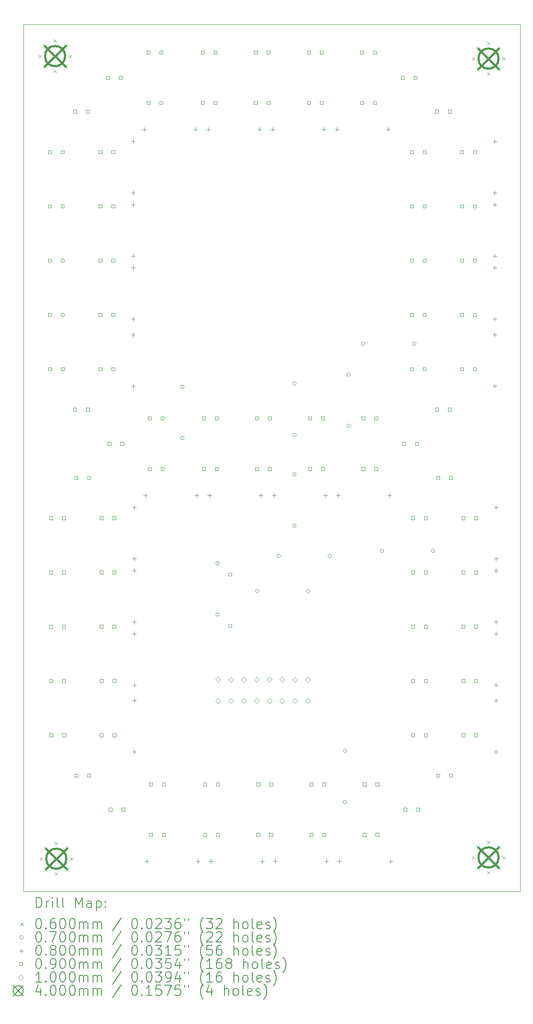
<source format=gbr>
%FSLAX45Y45*%
G04 Gerber Fmt 4.5, Leading zero omitted, Abs format (unit mm)*
G04 Created by KiCad (PCBNEW (6.0.6)) date 2022-10-07 01:33:58*
%MOMM*%
%LPD*%
G01*
G04 APERTURE LIST*
%TA.AperFunction,Profile*%
%ADD10C,0.100000*%
%TD*%
%ADD11C,0.200000*%
%ADD12C,0.060000*%
%ADD13C,0.070000*%
%ADD14C,0.080000*%
%ADD15C,0.090000*%
%ADD16C,0.100000*%
%ADD17C,0.400000*%
G04 APERTURE END LIST*
D10*
X41225000Y-18675000D02*
X31375000Y-18675000D01*
X31375000Y-18675000D02*
X31375000Y-1500000D01*
X31375000Y-1500000D02*
X41225000Y-1500000D01*
X41225000Y-1500000D02*
X41225000Y-18675000D01*
D11*
D12*
X31670000Y-2095000D02*
X31730000Y-2155000D01*
X31730000Y-2095000D02*
X31670000Y-2155000D01*
X31695000Y-17995000D02*
X31755000Y-18055000D01*
X31755000Y-17995000D02*
X31695000Y-18055000D01*
X31757868Y-1882868D02*
X31817868Y-1942868D01*
X31817868Y-1882868D02*
X31757868Y-1942868D01*
X31757868Y-2307132D02*
X31817868Y-2367132D01*
X31817868Y-2307132D02*
X31757868Y-2367132D01*
X31782868Y-17782868D02*
X31842868Y-17842868D01*
X31842868Y-17782868D02*
X31782868Y-17842868D01*
X31782868Y-18207132D02*
X31842868Y-18267132D01*
X31842868Y-18207132D02*
X31782868Y-18267132D01*
X31970000Y-1795000D02*
X32030000Y-1855000D01*
X32030000Y-1795000D02*
X31970000Y-1855000D01*
X31970000Y-2395000D02*
X32030000Y-2455000D01*
X32030000Y-2395000D02*
X31970000Y-2455000D01*
X31995000Y-17695000D02*
X32055000Y-17755000D01*
X32055000Y-17695000D02*
X31995000Y-17755000D01*
X31995000Y-18295000D02*
X32055000Y-18355000D01*
X32055000Y-18295000D02*
X31995000Y-18355000D01*
X32182132Y-1882868D02*
X32242132Y-1942868D01*
X32242132Y-1882868D02*
X32182132Y-1942868D01*
X32182132Y-2307132D02*
X32242132Y-2367132D01*
X32242132Y-2307132D02*
X32182132Y-2367132D01*
X32207132Y-17782868D02*
X32267132Y-17842868D01*
X32267132Y-17782868D02*
X32207132Y-17842868D01*
X32207132Y-18207132D02*
X32267132Y-18267132D01*
X32267132Y-18207132D02*
X32207132Y-18267132D01*
X32270000Y-2095000D02*
X32330000Y-2155000D01*
X32330000Y-2095000D02*
X32270000Y-2155000D01*
X32295000Y-17995000D02*
X32355000Y-18055000D01*
X32355000Y-17995000D02*
X32295000Y-18055000D01*
X40270000Y-2145000D02*
X40330000Y-2205000D01*
X40330000Y-2145000D02*
X40270000Y-2205000D01*
X40270000Y-17970000D02*
X40330000Y-18030000D01*
X40330000Y-17970000D02*
X40270000Y-18030000D01*
X40357868Y-1932868D02*
X40417868Y-1992868D01*
X40417868Y-1932868D02*
X40357868Y-1992868D01*
X40357868Y-2357132D02*
X40417868Y-2417132D01*
X40417868Y-2357132D02*
X40357868Y-2417132D01*
X40357868Y-17757868D02*
X40417868Y-17817868D01*
X40417868Y-17757868D02*
X40357868Y-17817868D01*
X40357868Y-18182132D02*
X40417868Y-18242132D01*
X40417868Y-18182132D02*
X40357868Y-18242132D01*
X40570000Y-1845000D02*
X40630000Y-1905000D01*
X40630000Y-1845000D02*
X40570000Y-1905000D01*
X40570000Y-2445000D02*
X40630000Y-2505000D01*
X40630000Y-2445000D02*
X40570000Y-2505000D01*
X40570000Y-17670000D02*
X40630000Y-17730000D01*
X40630000Y-17670000D02*
X40570000Y-17730000D01*
X40570000Y-18270000D02*
X40630000Y-18330000D01*
X40630000Y-18270000D02*
X40570000Y-18330000D01*
X40782132Y-1932868D02*
X40842132Y-1992868D01*
X40842132Y-1932868D02*
X40782132Y-1992868D01*
X40782132Y-2357132D02*
X40842132Y-2417132D01*
X40842132Y-2357132D02*
X40782132Y-2417132D01*
X40782132Y-17757868D02*
X40842132Y-17817868D01*
X40842132Y-17757868D02*
X40782132Y-17817868D01*
X40782132Y-18182132D02*
X40842132Y-18242132D01*
X40842132Y-18182132D02*
X40782132Y-18242132D01*
X40870000Y-2145000D02*
X40930000Y-2205000D01*
X40930000Y-2145000D02*
X40870000Y-2205000D01*
X40870000Y-17970000D02*
X40930000Y-18030000D01*
X40930000Y-17970000D02*
X40870000Y-18030000D01*
D13*
X34560000Y-8675000D02*
G75*
G03*
X34560000Y-8675000I-35000J0D01*
G01*
X34560000Y-9691000D02*
G75*
G03*
X34560000Y-9691000I-35000J0D01*
G01*
X35260000Y-12172000D02*
G75*
G03*
X35260000Y-12172000I-35000J0D01*
G01*
X35260000Y-13188000D02*
G75*
G03*
X35260000Y-13188000I-35000J0D01*
G01*
X35510000Y-12397000D02*
G75*
G03*
X35510000Y-12397000I-35000J0D01*
G01*
X35510000Y-13413000D02*
G75*
G03*
X35510000Y-13413000I-35000J0D01*
G01*
X36047000Y-12725000D02*
G75*
G03*
X36047000Y-12725000I-35000J0D01*
G01*
X36472000Y-12025000D02*
G75*
G03*
X36472000Y-12025000I-35000J0D01*
G01*
X36785000Y-8612000D02*
G75*
G03*
X36785000Y-8612000I-35000J0D01*
G01*
X36785000Y-9628000D02*
G75*
G03*
X36785000Y-9628000I-35000J0D01*
G01*
X36785000Y-10412000D02*
G75*
G03*
X36785000Y-10412000I-35000J0D01*
G01*
X36785000Y-11428000D02*
G75*
G03*
X36785000Y-11428000I-35000J0D01*
G01*
X37063000Y-12725000D02*
G75*
G03*
X37063000Y-12725000I-35000J0D01*
G01*
X37488000Y-12025000D02*
G75*
G03*
X37488000Y-12025000I-35000J0D01*
G01*
X37785000Y-15887000D02*
G75*
G03*
X37785000Y-15887000I-35000J0D01*
G01*
X37785000Y-16903000D02*
G75*
G03*
X37785000Y-16903000I-35000J0D01*
G01*
X37860000Y-8434000D02*
G75*
G03*
X37860000Y-8434000I-35000J0D01*
G01*
X37860000Y-9450000D02*
G75*
G03*
X37860000Y-9450000I-35000J0D01*
G01*
X38147000Y-7825000D02*
G75*
G03*
X38147000Y-7825000I-35000J0D01*
G01*
X38522000Y-11925000D02*
G75*
G03*
X38522000Y-11925000I-35000J0D01*
G01*
X39163000Y-7825000D02*
G75*
G03*
X39163000Y-7825000I-35000J0D01*
G01*
X39538000Y-11925000D02*
G75*
G03*
X39538000Y-11925000I-35000J0D01*
G01*
D14*
X33547500Y-3777000D02*
X33547500Y-3857000D01*
X33507500Y-3817000D02*
X33587500Y-3817000D01*
X33547500Y-4793000D02*
X33547500Y-4873000D01*
X33507500Y-4833000D02*
X33587500Y-4833000D01*
X33547500Y-5027000D02*
X33547500Y-5107000D01*
X33507500Y-5067000D02*
X33587500Y-5067000D01*
X33547500Y-6043000D02*
X33547500Y-6123000D01*
X33507500Y-6083000D02*
X33587500Y-6083000D01*
X33547500Y-6277000D02*
X33547500Y-6357000D01*
X33507500Y-6317000D02*
X33587500Y-6317000D01*
X33547500Y-7293000D02*
X33547500Y-7373000D01*
X33507500Y-7333000D02*
X33587500Y-7333000D01*
X33547500Y-7602000D02*
X33547500Y-7682000D01*
X33507500Y-7642000D02*
X33587500Y-7642000D01*
X33547500Y-8618000D02*
X33547500Y-8698000D01*
X33507500Y-8658000D02*
X33587500Y-8658000D01*
X33572500Y-11027000D02*
X33572500Y-11107000D01*
X33532500Y-11067000D02*
X33612500Y-11067000D01*
X33572500Y-12043000D02*
X33572500Y-12123000D01*
X33532500Y-12083000D02*
X33612500Y-12083000D01*
X33572500Y-12277000D02*
X33572500Y-12357000D01*
X33532500Y-12317000D02*
X33612500Y-12317000D01*
X33572500Y-13293000D02*
X33572500Y-13373000D01*
X33532500Y-13333000D02*
X33612500Y-13333000D01*
X33572500Y-13527000D02*
X33572500Y-13607000D01*
X33532500Y-13567000D02*
X33612500Y-13567000D01*
X33572500Y-14543000D02*
X33572500Y-14623000D01*
X33532500Y-14583000D02*
X33612500Y-14583000D01*
X33572500Y-14852000D02*
X33572500Y-14932000D01*
X33532500Y-14892000D02*
X33612500Y-14892000D01*
X33572500Y-15868000D02*
X33572500Y-15948000D01*
X33532500Y-15908000D02*
X33612500Y-15908000D01*
X33767000Y-3535000D02*
X33767000Y-3615000D01*
X33727000Y-3575000D02*
X33807000Y-3575000D01*
X33792000Y-10785000D02*
X33792000Y-10865000D01*
X33752000Y-10825000D02*
X33832000Y-10825000D01*
X33817000Y-18035000D02*
X33817000Y-18115000D01*
X33777000Y-18075000D02*
X33857000Y-18075000D01*
X34783000Y-3535000D02*
X34783000Y-3615000D01*
X34743000Y-3575000D02*
X34823000Y-3575000D01*
X34808000Y-10785000D02*
X34808000Y-10865000D01*
X34768000Y-10825000D02*
X34848000Y-10825000D01*
X34833000Y-18035000D02*
X34833000Y-18115000D01*
X34793000Y-18075000D02*
X34873000Y-18075000D01*
X35042000Y-3535000D02*
X35042000Y-3615000D01*
X35002000Y-3575000D02*
X35082000Y-3575000D01*
X35067000Y-10785000D02*
X35067000Y-10865000D01*
X35027000Y-10825000D02*
X35107000Y-10825000D01*
X35092000Y-18035000D02*
X35092000Y-18115000D01*
X35052000Y-18075000D02*
X35132000Y-18075000D01*
X36058000Y-3535000D02*
X36058000Y-3615000D01*
X36018000Y-3575000D02*
X36098000Y-3575000D01*
X36083000Y-10785000D02*
X36083000Y-10865000D01*
X36043000Y-10825000D02*
X36123000Y-10825000D01*
X36108000Y-18035000D02*
X36108000Y-18115000D01*
X36068000Y-18075000D02*
X36148000Y-18075000D01*
X36317000Y-3535000D02*
X36317000Y-3615000D01*
X36277000Y-3575000D02*
X36357000Y-3575000D01*
X36342000Y-10785000D02*
X36342000Y-10865000D01*
X36302000Y-10825000D02*
X36382000Y-10825000D01*
X36367000Y-18035000D02*
X36367000Y-18115000D01*
X36327000Y-18075000D02*
X36407000Y-18075000D01*
X37333000Y-3535000D02*
X37333000Y-3615000D01*
X37293000Y-3575000D02*
X37373000Y-3575000D01*
X37358000Y-10785000D02*
X37358000Y-10865000D01*
X37318000Y-10825000D02*
X37398000Y-10825000D01*
X37383000Y-18035000D02*
X37383000Y-18115000D01*
X37343000Y-18075000D02*
X37423000Y-18075000D01*
X37592000Y-3535000D02*
X37592000Y-3615000D01*
X37552000Y-3575000D02*
X37632000Y-3575000D01*
X37617000Y-10785000D02*
X37617000Y-10865000D01*
X37577000Y-10825000D02*
X37657000Y-10825000D01*
X37642000Y-18035000D02*
X37642000Y-18115000D01*
X37602000Y-18075000D02*
X37682000Y-18075000D01*
X38608000Y-3535000D02*
X38608000Y-3615000D01*
X38568000Y-3575000D02*
X38648000Y-3575000D01*
X38633000Y-10785000D02*
X38633000Y-10865000D01*
X38593000Y-10825000D02*
X38673000Y-10825000D01*
X38658000Y-18035000D02*
X38658000Y-18115000D01*
X38618000Y-18075000D02*
X38698000Y-18075000D01*
X40725000Y-3777000D02*
X40725000Y-3857000D01*
X40685000Y-3817000D02*
X40765000Y-3817000D01*
X40725000Y-4793000D02*
X40725000Y-4873000D01*
X40685000Y-4833000D02*
X40765000Y-4833000D01*
X40725000Y-5027000D02*
X40725000Y-5107000D01*
X40685000Y-5067000D02*
X40765000Y-5067000D01*
X40725000Y-6043000D02*
X40725000Y-6123000D01*
X40685000Y-6083000D02*
X40765000Y-6083000D01*
X40725000Y-6277000D02*
X40725000Y-6357000D01*
X40685000Y-6317000D02*
X40765000Y-6317000D01*
X40725000Y-7293000D02*
X40725000Y-7373000D01*
X40685000Y-7333000D02*
X40765000Y-7333000D01*
X40725000Y-7602000D02*
X40725000Y-7682000D01*
X40685000Y-7642000D02*
X40765000Y-7642000D01*
X40725000Y-8618000D02*
X40725000Y-8698000D01*
X40685000Y-8658000D02*
X40765000Y-8658000D01*
X40750000Y-11027000D02*
X40750000Y-11107000D01*
X40710000Y-11067000D02*
X40790000Y-11067000D01*
X40750000Y-12043000D02*
X40750000Y-12123000D01*
X40710000Y-12083000D02*
X40790000Y-12083000D01*
X40750000Y-12277000D02*
X40750000Y-12357000D01*
X40710000Y-12317000D02*
X40790000Y-12317000D01*
X40750000Y-13293000D02*
X40750000Y-13373000D01*
X40710000Y-13333000D02*
X40790000Y-13333000D01*
X40750000Y-13527000D02*
X40750000Y-13607000D01*
X40710000Y-13567000D02*
X40790000Y-13567000D01*
X40750000Y-14543000D02*
X40750000Y-14623000D01*
X40710000Y-14583000D02*
X40790000Y-14583000D01*
X40750000Y-14852000D02*
X40750000Y-14932000D01*
X40710000Y-14892000D02*
X40790000Y-14892000D01*
X40750000Y-15868000D02*
X40750000Y-15948000D01*
X40710000Y-15908000D02*
X40790000Y-15908000D01*
D15*
X31927820Y-4056820D02*
X31927820Y-3993180D01*
X31864180Y-3993180D01*
X31864180Y-4056820D01*
X31927820Y-4056820D01*
X31927820Y-5131820D02*
X31927820Y-5068180D01*
X31864180Y-5068180D01*
X31864180Y-5131820D01*
X31927820Y-5131820D01*
X31927820Y-6206820D02*
X31927820Y-6143180D01*
X31864180Y-6143180D01*
X31864180Y-6206820D01*
X31927820Y-6206820D01*
X31928320Y-7281820D02*
X31928320Y-7218180D01*
X31864680Y-7218180D01*
X31864680Y-7281820D01*
X31928320Y-7281820D01*
X31928820Y-8356820D02*
X31928820Y-8293180D01*
X31865180Y-8293180D01*
X31865180Y-8356820D01*
X31928820Y-8356820D01*
X31952820Y-11306820D02*
X31952820Y-11243180D01*
X31889180Y-11243180D01*
X31889180Y-11306820D01*
X31952820Y-11306820D01*
X31952820Y-12381820D02*
X31952820Y-12318180D01*
X31889180Y-12318180D01*
X31889180Y-12381820D01*
X31952820Y-12381820D01*
X31952820Y-13456820D02*
X31952820Y-13393180D01*
X31889180Y-13393180D01*
X31889180Y-13456820D01*
X31952820Y-13456820D01*
X31953320Y-14531820D02*
X31953320Y-14468180D01*
X31889680Y-14468180D01*
X31889680Y-14531820D01*
X31953320Y-14531820D01*
X31953820Y-15606820D02*
X31953820Y-15543180D01*
X31890180Y-15543180D01*
X31890180Y-15606820D01*
X31953820Y-15606820D01*
X32181820Y-4056820D02*
X32181820Y-3993180D01*
X32118180Y-3993180D01*
X32118180Y-4056820D01*
X32181820Y-4056820D01*
X32181820Y-5131820D02*
X32181820Y-5068180D01*
X32118180Y-5068180D01*
X32118180Y-5131820D01*
X32181820Y-5131820D01*
X32181820Y-6206820D02*
X32181820Y-6143180D01*
X32118180Y-6143180D01*
X32118180Y-6206820D01*
X32181820Y-6206820D01*
X32182320Y-7281820D02*
X32182320Y-7218180D01*
X32118680Y-7218180D01*
X32118680Y-7281820D01*
X32182320Y-7281820D01*
X32182820Y-8356820D02*
X32182820Y-8293180D01*
X32119180Y-8293180D01*
X32119180Y-8356820D01*
X32182820Y-8356820D01*
X32206820Y-11306820D02*
X32206820Y-11243180D01*
X32143180Y-11243180D01*
X32143180Y-11306820D01*
X32206820Y-11306820D01*
X32206820Y-12381820D02*
X32206820Y-12318180D01*
X32143180Y-12318180D01*
X32143180Y-12381820D01*
X32206820Y-12381820D01*
X32206820Y-13456820D02*
X32206820Y-13393180D01*
X32143180Y-13393180D01*
X32143180Y-13456820D01*
X32206820Y-13456820D01*
X32207320Y-14531820D02*
X32207320Y-14468180D01*
X32143680Y-14468180D01*
X32143680Y-14531820D01*
X32207320Y-14531820D01*
X32207820Y-15606820D02*
X32207820Y-15543180D01*
X32144180Y-15543180D01*
X32144180Y-15606820D01*
X32207820Y-15606820D01*
X32427820Y-3256820D02*
X32427820Y-3193180D01*
X32364180Y-3193180D01*
X32364180Y-3256820D01*
X32427820Y-3256820D01*
X32427820Y-9156820D02*
X32427820Y-9093180D01*
X32364180Y-9093180D01*
X32364180Y-9156820D01*
X32427820Y-9156820D01*
X32452820Y-10506820D02*
X32452820Y-10443180D01*
X32389180Y-10443180D01*
X32389180Y-10506820D01*
X32452820Y-10506820D01*
X32452820Y-16406820D02*
X32452820Y-16343180D01*
X32389180Y-16343180D01*
X32389180Y-16406820D01*
X32452820Y-16406820D01*
X32681820Y-3256820D02*
X32681820Y-3193180D01*
X32618180Y-3193180D01*
X32618180Y-3256820D01*
X32681820Y-3256820D01*
X32681820Y-9156820D02*
X32681820Y-9093180D01*
X32618180Y-9093180D01*
X32618180Y-9156820D01*
X32681820Y-9156820D01*
X32706820Y-10506820D02*
X32706820Y-10443180D01*
X32643180Y-10443180D01*
X32643180Y-10506820D01*
X32706820Y-10506820D01*
X32706820Y-16406820D02*
X32706820Y-16343180D01*
X32643180Y-16343180D01*
X32643180Y-16406820D01*
X32706820Y-16406820D01*
X32927820Y-4056820D02*
X32927820Y-3993180D01*
X32864180Y-3993180D01*
X32864180Y-4056820D01*
X32927820Y-4056820D01*
X32927820Y-5131820D02*
X32927820Y-5068180D01*
X32864180Y-5068180D01*
X32864180Y-5131820D01*
X32927820Y-5131820D01*
X32927820Y-6206820D02*
X32927820Y-6143180D01*
X32864180Y-6143180D01*
X32864180Y-6206820D01*
X32927820Y-6206820D01*
X32928320Y-7281820D02*
X32928320Y-7218180D01*
X32864680Y-7218180D01*
X32864680Y-7281820D01*
X32928320Y-7281820D01*
X32928820Y-8356820D02*
X32928820Y-8293180D01*
X32865180Y-8293180D01*
X32865180Y-8356820D01*
X32928820Y-8356820D01*
X32952820Y-11306820D02*
X32952820Y-11243180D01*
X32889180Y-11243180D01*
X32889180Y-11306820D01*
X32952820Y-11306820D01*
X32952820Y-12381820D02*
X32952820Y-12318180D01*
X32889180Y-12318180D01*
X32889180Y-12381820D01*
X32952820Y-12381820D01*
X32952820Y-13456820D02*
X32952820Y-13393180D01*
X32889180Y-13393180D01*
X32889180Y-13456820D01*
X32952820Y-13456820D01*
X32953320Y-14531820D02*
X32953320Y-14468180D01*
X32889680Y-14468180D01*
X32889680Y-14531820D01*
X32953320Y-14531820D01*
X32953820Y-15606820D02*
X32953820Y-15543180D01*
X32890180Y-15543180D01*
X32890180Y-15606820D01*
X32953820Y-15606820D01*
X33081820Y-2581820D02*
X33081820Y-2518180D01*
X33018180Y-2518180D01*
X33018180Y-2581820D01*
X33081820Y-2581820D01*
X33106820Y-9831820D02*
X33106820Y-9768180D01*
X33043180Y-9768180D01*
X33043180Y-9831820D01*
X33106820Y-9831820D01*
X33131820Y-17081820D02*
X33131820Y-17018180D01*
X33068180Y-17018180D01*
X33068180Y-17081820D01*
X33131820Y-17081820D01*
X33181820Y-4056820D02*
X33181820Y-3993180D01*
X33118180Y-3993180D01*
X33118180Y-4056820D01*
X33181820Y-4056820D01*
X33181820Y-5131820D02*
X33181820Y-5068180D01*
X33118180Y-5068180D01*
X33118180Y-5131820D01*
X33181820Y-5131820D01*
X33181820Y-6206820D02*
X33181820Y-6143180D01*
X33118180Y-6143180D01*
X33118180Y-6206820D01*
X33181820Y-6206820D01*
X33182320Y-7281820D02*
X33182320Y-7218180D01*
X33118680Y-7218180D01*
X33118680Y-7281820D01*
X33182320Y-7281820D01*
X33182820Y-8356820D02*
X33182820Y-8293180D01*
X33119180Y-8293180D01*
X33119180Y-8356820D01*
X33182820Y-8356820D01*
X33206820Y-11306820D02*
X33206820Y-11243180D01*
X33143180Y-11243180D01*
X33143180Y-11306820D01*
X33206820Y-11306820D01*
X33206820Y-12381820D02*
X33206820Y-12318180D01*
X33143180Y-12318180D01*
X33143180Y-12381820D01*
X33206820Y-12381820D01*
X33206820Y-13456820D02*
X33206820Y-13393180D01*
X33143180Y-13393180D01*
X33143180Y-13456820D01*
X33206820Y-13456820D01*
X33207320Y-14531820D02*
X33207320Y-14468180D01*
X33143680Y-14468180D01*
X33143680Y-14531820D01*
X33207320Y-14531820D01*
X33207820Y-15606820D02*
X33207820Y-15543180D01*
X33144180Y-15543180D01*
X33144180Y-15606820D01*
X33207820Y-15606820D01*
X33335820Y-2581820D02*
X33335820Y-2518180D01*
X33272180Y-2518180D01*
X33272180Y-2581820D01*
X33335820Y-2581820D01*
X33360820Y-9831820D02*
X33360820Y-9768180D01*
X33297180Y-9768180D01*
X33297180Y-9831820D01*
X33360820Y-9831820D01*
X33385820Y-17081820D02*
X33385820Y-17018180D01*
X33322180Y-17018180D01*
X33322180Y-17081820D01*
X33385820Y-17081820D01*
X33881820Y-2081820D02*
X33881820Y-2018180D01*
X33818180Y-2018180D01*
X33818180Y-2081820D01*
X33881820Y-2081820D01*
X33881820Y-3081820D02*
X33881820Y-3018180D01*
X33818180Y-3018180D01*
X33818180Y-3081820D01*
X33881820Y-3081820D01*
X33906820Y-9331820D02*
X33906820Y-9268180D01*
X33843180Y-9268180D01*
X33843180Y-9331820D01*
X33906820Y-9331820D01*
X33906820Y-10331820D02*
X33906820Y-10268180D01*
X33843180Y-10268180D01*
X33843180Y-10331820D01*
X33906820Y-10331820D01*
X33931820Y-16581820D02*
X33931820Y-16518180D01*
X33868180Y-16518180D01*
X33868180Y-16581820D01*
X33931820Y-16581820D01*
X33931820Y-17581820D02*
X33931820Y-17518180D01*
X33868180Y-17518180D01*
X33868180Y-17581820D01*
X33931820Y-17581820D01*
X34135820Y-2081820D02*
X34135820Y-2018180D01*
X34072180Y-2018180D01*
X34072180Y-2081820D01*
X34135820Y-2081820D01*
X34135820Y-3081820D02*
X34135820Y-3018180D01*
X34072180Y-3018180D01*
X34072180Y-3081820D01*
X34135820Y-3081820D01*
X34160820Y-9331820D02*
X34160820Y-9268180D01*
X34097180Y-9268180D01*
X34097180Y-9331820D01*
X34160820Y-9331820D01*
X34160820Y-10331820D02*
X34160820Y-10268180D01*
X34097180Y-10268180D01*
X34097180Y-10331820D01*
X34160820Y-10331820D01*
X34185820Y-16581820D02*
X34185820Y-16518180D01*
X34122180Y-16518180D01*
X34122180Y-16581820D01*
X34185820Y-16581820D01*
X34185820Y-17581820D02*
X34185820Y-17518180D01*
X34122180Y-17518180D01*
X34122180Y-17581820D01*
X34185820Y-17581820D01*
X34958320Y-2081820D02*
X34958320Y-2018180D01*
X34894680Y-2018180D01*
X34894680Y-2081820D01*
X34958320Y-2081820D01*
X34958320Y-3081820D02*
X34958320Y-3018180D01*
X34894680Y-3018180D01*
X34894680Y-3081820D01*
X34958320Y-3081820D01*
X34983320Y-9331820D02*
X34983320Y-9268180D01*
X34919680Y-9268180D01*
X34919680Y-9331820D01*
X34983320Y-9331820D01*
X34983320Y-10331820D02*
X34983320Y-10268180D01*
X34919680Y-10268180D01*
X34919680Y-10331820D01*
X34983320Y-10331820D01*
X35008320Y-16581820D02*
X35008320Y-16518180D01*
X34944680Y-16518180D01*
X34944680Y-16581820D01*
X35008320Y-16581820D01*
X35008320Y-17581820D02*
X35008320Y-17518180D01*
X34944680Y-17518180D01*
X34944680Y-17581820D01*
X35008320Y-17581820D01*
X35212320Y-2081820D02*
X35212320Y-2018180D01*
X35148680Y-2018180D01*
X35148680Y-2081820D01*
X35212320Y-2081820D01*
X35212320Y-3081820D02*
X35212320Y-3018180D01*
X35148680Y-3018180D01*
X35148680Y-3081820D01*
X35212320Y-3081820D01*
X35237320Y-9331820D02*
X35237320Y-9268180D01*
X35173680Y-9268180D01*
X35173680Y-9331820D01*
X35237320Y-9331820D01*
X35237320Y-10331820D02*
X35237320Y-10268180D01*
X35173680Y-10268180D01*
X35173680Y-10331820D01*
X35237320Y-10331820D01*
X35262320Y-16581820D02*
X35262320Y-16518180D01*
X35198680Y-16518180D01*
X35198680Y-16581820D01*
X35262320Y-16581820D01*
X35262320Y-17581820D02*
X35262320Y-17518180D01*
X35198680Y-17518180D01*
X35198680Y-17581820D01*
X35262320Y-17581820D01*
X36012320Y-2081820D02*
X36012320Y-2018180D01*
X35948680Y-2018180D01*
X35948680Y-2081820D01*
X36012320Y-2081820D01*
X36012320Y-3081820D02*
X36012320Y-3018180D01*
X35948680Y-3018180D01*
X35948680Y-3081820D01*
X36012320Y-3081820D01*
X36037320Y-9331820D02*
X36037320Y-9268180D01*
X35973680Y-9268180D01*
X35973680Y-9331820D01*
X36037320Y-9331820D01*
X36037320Y-10331820D02*
X36037320Y-10268180D01*
X35973680Y-10268180D01*
X35973680Y-10331820D01*
X36037320Y-10331820D01*
X36062320Y-16581820D02*
X36062320Y-16518180D01*
X35998680Y-16518180D01*
X35998680Y-16581820D01*
X36062320Y-16581820D01*
X36062320Y-17581820D02*
X36062320Y-17518180D01*
X35998680Y-17518180D01*
X35998680Y-17581820D01*
X36062320Y-17581820D01*
X36266320Y-2081820D02*
X36266320Y-2018180D01*
X36202680Y-2018180D01*
X36202680Y-2081820D01*
X36266320Y-2081820D01*
X36266320Y-3081820D02*
X36266320Y-3018180D01*
X36202680Y-3018180D01*
X36202680Y-3081820D01*
X36266320Y-3081820D01*
X36291320Y-9331820D02*
X36291320Y-9268180D01*
X36227680Y-9268180D01*
X36227680Y-9331820D01*
X36291320Y-9331820D01*
X36291320Y-10331820D02*
X36291320Y-10268180D01*
X36227680Y-10268180D01*
X36227680Y-10331820D01*
X36291320Y-10331820D01*
X36316320Y-16581820D02*
X36316320Y-16518180D01*
X36252680Y-16518180D01*
X36252680Y-16581820D01*
X36316320Y-16581820D01*
X36316320Y-17581820D02*
X36316320Y-17518180D01*
X36252680Y-17518180D01*
X36252680Y-17581820D01*
X36316320Y-17581820D01*
X37066320Y-2081820D02*
X37066320Y-2018180D01*
X37002680Y-2018180D01*
X37002680Y-2081820D01*
X37066320Y-2081820D01*
X37066320Y-3081820D02*
X37066320Y-3018180D01*
X37002680Y-3018180D01*
X37002680Y-3081820D01*
X37066320Y-3081820D01*
X37091320Y-9331820D02*
X37091320Y-9268180D01*
X37027680Y-9268180D01*
X37027680Y-9331820D01*
X37091320Y-9331820D01*
X37091320Y-10331820D02*
X37091320Y-10268180D01*
X37027680Y-10268180D01*
X37027680Y-10331820D01*
X37091320Y-10331820D01*
X37116320Y-16581820D02*
X37116320Y-16518180D01*
X37052680Y-16518180D01*
X37052680Y-16581820D01*
X37116320Y-16581820D01*
X37116320Y-17581820D02*
X37116320Y-17518180D01*
X37052680Y-17518180D01*
X37052680Y-17581820D01*
X37116320Y-17581820D01*
X37320320Y-2081820D02*
X37320320Y-2018180D01*
X37256680Y-2018180D01*
X37256680Y-2081820D01*
X37320320Y-2081820D01*
X37320320Y-3081820D02*
X37320320Y-3018180D01*
X37256680Y-3018180D01*
X37256680Y-3081820D01*
X37320320Y-3081820D01*
X37345320Y-9331820D02*
X37345320Y-9268180D01*
X37281680Y-9268180D01*
X37281680Y-9331820D01*
X37345320Y-9331820D01*
X37345320Y-10331820D02*
X37345320Y-10268180D01*
X37281680Y-10268180D01*
X37281680Y-10331820D01*
X37345320Y-10331820D01*
X37370320Y-16581820D02*
X37370320Y-16518180D01*
X37306680Y-16518180D01*
X37306680Y-16581820D01*
X37370320Y-16581820D01*
X37370320Y-17581820D02*
X37370320Y-17518180D01*
X37306680Y-17518180D01*
X37306680Y-17581820D01*
X37370320Y-17581820D01*
X38120320Y-2081820D02*
X38120320Y-2018180D01*
X38056680Y-2018180D01*
X38056680Y-2081820D01*
X38120320Y-2081820D01*
X38120320Y-3081820D02*
X38120320Y-3018180D01*
X38056680Y-3018180D01*
X38056680Y-3081820D01*
X38120320Y-3081820D01*
X38145320Y-9331820D02*
X38145320Y-9268180D01*
X38081680Y-9268180D01*
X38081680Y-9331820D01*
X38145320Y-9331820D01*
X38145320Y-10331820D02*
X38145320Y-10268180D01*
X38081680Y-10268180D01*
X38081680Y-10331820D01*
X38145320Y-10331820D01*
X38170320Y-16581820D02*
X38170320Y-16518180D01*
X38106680Y-16518180D01*
X38106680Y-16581820D01*
X38170320Y-16581820D01*
X38170320Y-17581820D02*
X38170320Y-17518180D01*
X38106680Y-17518180D01*
X38106680Y-17581820D01*
X38170320Y-17581820D01*
X38374320Y-2081820D02*
X38374320Y-2018180D01*
X38310680Y-2018180D01*
X38310680Y-2081820D01*
X38374320Y-2081820D01*
X38374320Y-3081820D02*
X38374320Y-3018180D01*
X38310680Y-3018180D01*
X38310680Y-3081820D01*
X38374320Y-3081820D01*
X38399320Y-9331820D02*
X38399320Y-9268180D01*
X38335680Y-9268180D01*
X38335680Y-9331820D01*
X38399320Y-9331820D01*
X38399320Y-10331820D02*
X38399320Y-10268180D01*
X38335680Y-10268180D01*
X38335680Y-10331820D01*
X38399320Y-10331820D01*
X38424320Y-16581820D02*
X38424320Y-16518180D01*
X38360680Y-16518180D01*
X38360680Y-16581820D01*
X38424320Y-16581820D01*
X38424320Y-17581820D02*
X38424320Y-17518180D01*
X38360680Y-17518180D01*
X38360680Y-17581820D01*
X38424320Y-17581820D01*
X38927820Y-2581820D02*
X38927820Y-2518180D01*
X38864180Y-2518180D01*
X38864180Y-2581820D01*
X38927820Y-2581820D01*
X38952820Y-9831820D02*
X38952820Y-9768180D01*
X38889180Y-9768180D01*
X38889180Y-9831820D01*
X38952820Y-9831820D01*
X38977820Y-17081820D02*
X38977820Y-17018180D01*
X38914180Y-17018180D01*
X38914180Y-17081820D01*
X38977820Y-17081820D01*
X39105320Y-4056820D02*
X39105320Y-3993180D01*
X39041680Y-3993180D01*
X39041680Y-4056820D01*
X39105320Y-4056820D01*
X39105320Y-5131820D02*
X39105320Y-5068180D01*
X39041680Y-5068180D01*
X39041680Y-5131820D01*
X39105320Y-5131820D01*
X39105320Y-6206820D02*
X39105320Y-6143180D01*
X39041680Y-6143180D01*
X39041680Y-6206820D01*
X39105320Y-6206820D01*
X39105820Y-7281820D02*
X39105820Y-7218180D01*
X39042180Y-7218180D01*
X39042180Y-7281820D01*
X39105820Y-7281820D01*
X39106320Y-8356820D02*
X39106320Y-8293180D01*
X39042680Y-8293180D01*
X39042680Y-8356820D01*
X39106320Y-8356820D01*
X39130320Y-11306820D02*
X39130320Y-11243180D01*
X39066680Y-11243180D01*
X39066680Y-11306820D01*
X39130320Y-11306820D01*
X39130320Y-12381820D02*
X39130320Y-12318180D01*
X39066680Y-12318180D01*
X39066680Y-12381820D01*
X39130320Y-12381820D01*
X39130320Y-13456820D02*
X39130320Y-13393180D01*
X39066680Y-13393180D01*
X39066680Y-13456820D01*
X39130320Y-13456820D01*
X39130820Y-14531820D02*
X39130820Y-14468180D01*
X39067180Y-14468180D01*
X39067180Y-14531820D01*
X39130820Y-14531820D01*
X39131320Y-15606820D02*
X39131320Y-15543180D01*
X39067680Y-15543180D01*
X39067680Y-15606820D01*
X39131320Y-15606820D01*
X39181820Y-2581820D02*
X39181820Y-2518180D01*
X39118180Y-2518180D01*
X39118180Y-2581820D01*
X39181820Y-2581820D01*
X39206820Y-9831820D02*
X39206820Y-9768180D01*
X39143180Y-9768180D01*
X39143180Y-9831820D01*
X39206820Y-9831820D01*
X39231820Y-17081820D02*
X39231820Y-17018180D01*
X39168180Y-17018180D01*
X39168180Y-17081820D01*
X39231820Y-17081820D01*
X39359320Y-4056820D02*
X39359320Y-3993180D01*
X39295680Y-3993180D01*
X39295680Y-4056820D01*
X39359320Y-4056820D01*
X39359320Y-5131820D02*
X39359320Y-5068180D01*
X39295680Y-5068180D01*
X39295680Y-5131820D01*
X39359320Y-5131820D01*
X39359320Y-6206820D02*
X39359320Y-6143180D01*
X39295680Y-6143180D01*
X39295680Y-6206820D01*
X39359320Y-6206820D01*
X39359820Y-7281820D02*
X39359820Y-7218180D01*
X39296180Y-7218180D01*
X39296180Y-7281820D01*
X39359820Y-7281820D01*
X39360320Y-8356820D02*
X39360320Y-8293180D01*
X39296680Y-8293180D01*
X39296680Y-8356820D01*
X39360320Y-8356820D01*
X39384320Y-11306820D02*
X39384320Y-11243180D01*
X39320680Y-11243180D01*
X39320680Y-11306820D01*
X39384320Y-11306820D01*
X39384320Y-12381820D02*
X39384320Y-12318180D01*
X39320680Y-12318180D01*
X39320680Y-12381820D01*
X39384320Y-12381820D01*
X39384320Y-13456820D02*
X39384320Y-13393180D01*
X39320680Y-13393180D01*
X39320680Y-13456820D01*
X39384320Y-13456820D01*
X39384820Y-14531820D02*
X39384820Y-14468180D01*
X39321180Y-14468180D01*
X39321180Y-14531820D01*
X39384820Y-14531820D01*
X39385320Y-15606820D02*
X39385320Y-15543180D01*
X39321680Y-15543180D01*
X39321680Y-15606820D01*
X39385320Y-15606820D01*
X39605320Y-3256820D02*
X39605320Y-3193180D01*
X39541680Y-3193180D01*
X39541680Y-3256820D01*
X39605320Y-3256820D01*
X39605320Y-9156820D02*
X39605320Y-9093180D01*
X39541680Y-9093180D01*
X39541680Y-9156820D01*
X39605320Y-9156820D01*
X39630320Y-10506820D02*
X39630320Y-10443180D01*
X39566680Y-10443180D01*
X39566680Y-10506820D01*
X39630320Y-10506820D01*
X39630320Y-16406820D02*
X39630320Y-16343180D01*
X39566680Y-16343180D01*
X39566680Y-16406820D01*
X39630320Y-16406820D01*
X39859320Y-3256820D02*
X39859320Y-3193180D01*
X39795680Y-3193180D01*
X39795680Y-3256820D01*
X39859320Y-3256820D01*
X39859320Y-9156820D02*
X39859320Y-9093180D01*
X39795680Y-9093180D01*
X39795680Y-9156820D01*
X39859320Y-9156820D01*
X39884320Y-10506820D02*
X39884320Y-10443180D01*
X39820680Y-10443180D01*
X39820680Y-10506820D01*
X39884320Y-10506820D01*
X39884320Y-16406820D02*
X39884320Y-16343180D01*
X39820680Y-16343180D01*
X39820680Y-16406820D01*
X39884320Y-16406820D01*
X40105320Y-4056820D02*
X40105320Y-3993180D01*
X40041680Y-3993180D01*
X40041680Y-4056820D01*
X40105320Y-4056820D01*
X40105320Y-5131820D02*
X40105320Y-5068180D01*
X40041680Y-5068180D01*
X40041680Y-5131820D01*
X40105320Y-5131820D01*
X40105320Y-6206820D02*
X40105320Y-6143180D01*
X40041680Y-6143180D01*
X40041680Y-6206820D01*
X40105320Y-6206820D01*
X40105820Y-7281820D02*
X40105820Y-7218180D01*
X40042180Y-7218180D01*
X40042180Y-7281820D01*
X40105820Y-7281820D01*
X40106320Y-8356820D02*
X40106320Y-8293180D01*
X40042680Y-8293180D01*
X40042680Y-8356820D01*
X40106320Y-8356820D01*
X40130320Y-11306820D02*
X40130320Y-11243180D01*
X40066680Y-11243180D01*
X40066680Y-11306820D01*
X40130320Y-11306820D01*
X40130320Y-12381820D02*
X40130320Y-12318180D01*
X40066680Y-12318180D01*
X40066680Y-12381820D01*
X40130320Y-12381820D01*
X40130320Y-13456820D02*
X40130320Y-13393180D01*
X40066680Y-13393180D01*
X40066680Y-13456820D01*
X40130320Y-13456820D01*
X40130820Y-14531820D02*
X40130820Y-14468180D01*
X40067180Y-14468180D01*
X40067180Y-14531820D01*
X40130820Y-14531820D01*
X40131320Y-15606820D02*
X40131320Y-15543180D01*
X40067680Y-15543180D01*
X40067680Y-15606820D01*
X40131320Y-15606820D01*
X40359320Y-4056820D02*
X40359320Y-3993180D01*
X40295680Y-3993180D01*
X40295680Y-4056820D01*
X40359320Y-4056820D01*
X40359320Y-5131820D02*
X40359320Y-5068180D01*
X40295680Y-5068180D01*
X40295680Y-5131820D01*
X40359320Y-5131820D01*
X40359320Y-6206820D02*
X40359320Y-6143180D01*
X40295680Y-6143180D01*
X40295680Y-6206820D01*
X40359320Y-6206820D01*
X40359820Y-7281820D02*
X40359820Y-7218180D01*
X40296180Y-7218180D01*
X40296180Y-7281820D01*
X40359820Y-7281820D01*
X40360320Y-8356820D02*
X40360320Y-8293180D01*
X40296680Y-8293180D01*
X40296680Y-8356820D01*
X40360320Y-8356820D01*
X40384320Y-11306820D02*
X40384320Y-11243180D01*
X40320680Y-11243180D01*
X40320680Y-11306820D01*
X40384320Y-11306820D01*
X40384320Y-12381820D02*
X40384320Y-12318180D01*
X40320680Y-12318180D01*
X40320680Y-12381820D01*
X40384320Y-12381820D01*
X40384320Y-13456820D02*
X40384320Y-13393180D01*
X40320680Y-13393180D01*
X40320680Y-13456820D01*
X40384320Y-13456820D01*
X40384820Y-14531820D02*
X40384820Y-14468180D01*
X40321180Y-14468180D01*
X40321180Y-14531820D01*
X40384820Y-14531820D01*
X40385320Y-15606820D02*
X40385320Y-15543180D01*
X40321680Y-15543180D01*
X40321680Y-15606820D01*
X40385320Y-15606820D01*
D16*
X35234500Y-14525000D02*
X35284500Y-14475000D01*
X35234500Y-14425000D01*
X35184500Y-14475000D01*
X35234500Y-14525000D01*
X35234500Y-14950000D02*
X35284500Y-14900000D01*
X35234500Y-14850000D01*
X35184500Y-14900000D01*
X35234500Y-14950000D01*
X35488500Y-14525000D02*
X35538500Y-14475000D01*
X35488500Y-14425000D01*
X35438500Y-14475000D01*
X35488500Y-14525000D01*
X35488500Y-14950000D02*
X35538500Y-14900000D01*
X35488500Y-14850000D01*
X35438500Y-14900000D01*
X35488500Y-14950000D01*
X35742500Y-14525000D02*
X35792500Y-14475000D01*
X35742500Y-14425000D01*
X35692500Y-14475000D01*
X35742500Y-14525000D01*
X35742500Y-14950000D02*
X35792500Y-14900000D01*
X35742500Y-14850000D01*
X35692500Y-14900000D01*
X35742500Y-14950000D01*
X35996500Y-14525000D02*
X36046500Y-14475000D01*
X35996500Y-14425000D01*
X35946500Y-14475000D01*
X35996500Y-14525000D01*
X35996500Y-14950000D02*
X36046500Y-14900000D01*
X35996500Y-14850000D01*
X35946500Y-14900000D01*
X35996500Y-14950000D01*
X36250500Y-14525000D02*
X36300500Y-14475000D01*
X36250500Y-14425000D01*
X36200500Y-14475000D01*
X36250500Y-14525000D01*
X36250500Y-14950000D02*
X36300500Y-14900000D01*
X36250500Y-14850000D01*
X36200500Y-14900000D01*
X36250500Y-14950000D01*
X36504500Y-14525000D02*
X36554500Y-14475000D01*
X36504500Y-14425000D01*
X36454500Y-14475000D01*
X36504500Y-14525000D01*
X36504500Y-14950000D02*
X36554500Y-14900000D01*
X36504500Y-14850000D01*
X36454500Y-14900000D01*
X36504500Y-14950000D01*
X36758500Y-14525000D02*
X36808500Y-14475000D01*
X36758500Y-14425000D01*
X36708500Y-14475000D01*
X36758500Y-14525000D01*
X36758500Y-14950000D02*
X36808500Y-14900000D01*
X36758500Y-14850000D01*
X36708500Y-14900000D01*
X36758500Y-14950000D01*
X37012500Y-14525000D02*
X37062500Y-14475000D01*
X37012500Y-14425000D01*
X36962500Y-14475000D01*
X37012500Y-14525000D01*
X37012500Y-14950000D02*
X37062500Y-14900000D01*
X37012500Y-14850000D01*
X36962500Y-14900000D01*
X37012500Y-14950000D01*
D17*
X31800000Y-1925000D02*
X32200000Y-2325000D01*
X32200000Y-1925000D02*
X31800000Y-2325000D01*
X32200000Y-2125000D02*
G75*
G03*
X32200000Y-2125000I-200000J0D01*
G01*
X31825000Y-17825000D02*
X32225000Y-18225000D01*
X32225000Y-17825000D02*
X31825000Y-18225000D01*
X32225000Y-18025000D02*
G75*
G03*
X32225000Y-18025000I-200000J0D01*
G01*
X40400000Y-1975000D02*
X40800000Y-2375000D01*
X40800000Y-1975000D02*
X40400000Y-2375000D01*
X40800000Y-2175000D02*
G75*
G03*
X40800000Y-2175000I-200000J0D01*
G01*
X40400000Y-17800000D02*
X40800000Y-18200000D01*
X40800000Y-17800000D02*
X40400000Y-18200000D01*
X40800000Y-18000000D02*
G75*
G03*
X40800000Y-18000000I-200000J0D01*
G01*
D11*
X31627619Y-18990476D02*
X31627619Y-18790476D01*
X31675238Y-18790476D01*
X31703809Y-18800000D01*
X31722857Y-18819048D01*
X31732381Y-18838095D01*
X31741905Y-18876190D01*
X31741905Y-18904762D01*
X31732381Y-18942857D01*
X31722857Y-18961905D01*
X31703809Y-18980952D01*
X31675238Y-18990476D01*
X31627619Y-18990476D01*
X31827619Y-18990476D02*
X31827619Y-18857143D01*
X31827619Y-18895238D02*
X31837143Y-18876190D01*
X31846667Y-18866667D01*
X31865714Y-18857143D01*
X31884762Y-18857143D01*
X31951428Y-18990476D02*
X31951428Y-18857143D01*
X31951428Y-18790476D02*
X31941905Y-18800000D01*
X31951428Y-18809524D01*
X31960952Y-18800000D01*
X31951428Y-18790476D01*
X31951428Y-18809524D01*
X32075238Y-18990476D02*
X32056190Y-18980952D01*
X32046667Y-18961905D01*
X32046667Y-18790476D01*
X32180000Y-18990476D02*
X32160952Y-18980952D01*
X32151428Y-18961905D01*
X32151428Y-18790476D01*
X32408571Y-18990476D02*
X32408571Y-18790476D01*
X32475238Y-18933333D01*
X32541905Y-18790476D01*
X32541905Y-18990476D01*
X32722857Y-18990476D02*
X32722857Y-18885714D01*
X32713333Y-18866667D01*
X32694286Y-18857143D01*
X32656190Y-18857143D01*
X32637143Y-18866667D01*
X32722857Y-18980952D02*
X32703809Y-18990476D01*
X32656190Y-18990476D01*
X32637143Y-18980952D01*
X32627619Y-18961905D01*
X32627619Y-18942857D01*
X32637143Y-18923810D01*
X32656190Y-18914286D01*
X32703809Y-18914286D01*
X32722857Y-18904762D01*
X32818095Y-18857143D02*
X32818095Y-19057143D01*
X32818095Y-18866667D02*
X32837143Y-18857143D01*
X32875238Y-18857143D01*
X32894286Y-18866667D01*
X32903809Y-18876190D01*
X32913333Y-18895238D01*
X32913333Y-18952381D01*
X32903809Y-18971429D01*
X32894286Y-18980952D01*
X32875238Y-18990476D01*
X32837143Y-18990476D01*
X32818095Y-18980952D01*
X32999048Y-18971429D02*
X33008571Y-18980952D01*
X32999048Y-18990476D01*
X32989524Y-18980952D01*
X32999048Y-18971429D01*
X32999048Y-18990476D01*
X32999048Y-18866667D02*
X33008571Y-18876190D01*
X32999048Y-18885714D01*
X32989524Y-18876190D01*
X32999048Y-18866667D01*
X32999048Y-18885714D01*
D12*
X31310000Y-19290000D02*
X31370000Y-19350000D01*
X31370000Y-19290000D02*
X31310000Y-19350000D01*
D11*
X31665714Y-19210476D02*
X31684762Y-19210476D01*
X31703809Y-19220000D01*
X31713333Y-19229524D01*
X31722857Y-19248571D01*
X31732381Y-19286667D01*
X31732381Y-19334286D01*
X31722857Y-19372381D01*
X31713333Y-19391429D01*
X31703809Y-19400952D01*
X31684762Y-19410476D01*
X31665714Y-19410476D01*
X31646667Y-19400952D01*
X31637143Y-19391429D01*
X31627619Y-19372381D01*
X31618095Y-19334286D01*
X31618095Y-19286667D01*
X31627619Y-19248571D01*
X31637143Y-19229524D01*
X31646667Y-19220000D01*
X31665714Y-19210476D01*
X31818095Y-19391429D02*
X31827619Y-19400952D01*
X31818095Y-19410476D01*
X31808571Y-19400952D01*
X31818095Y-19391429D01*
X31818095Y-19410476D01*
X31999048Y-19210476D02*
X31960952Y-19210476D01*
X31941905Y-19220000D01*
X31932381Y-19229524D01*
X31913333Y-19258095D01*
X31903809Y-19296190D01*
X31903809Y-19372381D01*
X31913333Y-19391429D01*
X31922857Y-19400952D01*
X31941905Y-19410476D01*
X31980000Y-19410476D01*
X31999048Y-19400952D01*
X32008571Y-19391429D01*
X32018095Y-19372381D01*
X32018095Y-19324762D01*
X32008571Y-19305714D01*
X31999048Y-19296190D01*
X31980000Y-19286667D01*
X31941905Y-19286667D01*
X31922857Y-19296190D01*
X31913333Y-19305714D01*
X31903809Y-19324762D01*
X32141905Y-19210476D02*
X32160952Y-19210476D01*
X32180000Y-19220000D01*
X32189524Y-19229524D01*
X32199048Y-19248571D01*
X32208571Y-19286667D01*
X32208571Y-19334286D01*
X32199048Y-19372381D01*
X32189524Y-19391429D01*
X32180000Y-19400952D01*
X32160952Y-19410476D01*
X32141905Y-19410476D01*
X32122857Y-19400952D01*
X32113333Y-19391429D01*
X32103809Y-19372381D01*
X32094286Y-19334286D01*
X32094286Y-19286667D01*
X32103809Y-19248571D01*
X32113333Y-19229524D01*
X32122857Y-19220000D01*
X32141905Y-19210476D01*
X32332381Y-19210476D02*
X32351428Y-19210476D01*
X32370476Y-19220000D01*
X32380000Y-19229524D01*
X32389524Y-19248571D01*
X32399048Y-19286667D01*
X32399048Y-19334286D01*
X32389524Y-19372381D01*
X32380000Y-19391429D01*
X32370476Y-19400952D01*
X32351428Y-19410476D01*
X32332381Y-19410476D01*
X32313333Y-19400952D01*
X32303809Y-19391429D01*
X32294286Y-19372381D01*
X32284762Y-19334286D01*
X32284762Y-19286667D01*
X32294286Y-19248571D01*
X32303809Y-19229524D01*
X32313333Y-19220000D01*
X32332381Y-19210476D01*
X32484762Y-19410476D02*
X32484762Y-19277143D01*
X32484762Y-19296190D02*
X32494286Y-19286667D01*
X32513333Y-19277143D01*
X32541905Y-19277143D01*
X32560952Y-19286667D01*
X32570476Y-19305714D01*
X32570476Y-19410476D01*
X32570476Y-19305714D02*
X32580000Y-19286667D01*
X32599048Y-19277143D01*
X32627619Y-19277143D01*
X32646667Y-19286667D01*
X32656190Y-19305714D01*
X32656190Y-19410476D01*
X32751428Y-19410476D02*
X32751428Y-19277143D01*
X32751428Y-19296190D02*
X32760952Y-19286667D01*
X32780000Y-19277143D01*
X32808571Y-19277143D01*
X32827619Y-19286667D01*
X32837143Y-19305714D01*
X32837143Y-19410476D01*
X32837143Y-19305714D02*
X32846667Y-19286667D01*
X32865714Y-19277143D01*
X32894286Y-19277143D01*
X32913333Y-19286667D01*
X32922857Y-19305714D01*
X32922857Y-19410476D01*
X33313333Y-19200952D02*
X33141905Y-19458095D01*
X33570476Y-19210476D02*
X33589524Y-19210476D01*
X33608571Y-19220000D01*
X33618095Y-19229524D01*
X33627619Y-19248571D01*
X33637143Y-19286667D01*
X33637143Y-19334286D01*
X33627619Y-19372381D01*
X33618095Y-19391429D01*
X33608571Y-19400952D01*
X33589524Y-19410476D01*
X33570476Y-19410476D01*
X33551428Y-19400952D01*
X33541905Y-19391429D01*
X33532381Y-19372381D01*
X33522857Y-19334286D01*
X33522857Y-19286667D01*
X33532381Y-19248571D01*
X33541905Y-19229524D01*
X33551428Y-19220000D01*
X33570476Y-19210476D01*
X33722857Y-19391429D02*
X33732381Y-19400952D01*
X33722857Y-19410476D01*
X33713333Y-19400952D01*
X33722857Y-19391429D01*
X33722857Y-19410476D01*
X33856190Y-19210476D02*
X33875238Y-19210476D01*
X33894286Y-19220000D01*
X33903810Y-19229524D01*
X33913333Y-19248571D01*
X33922857Y-19286667D01*
X33922857Y-19334286D01*
X33913333Y-19372381D01*
X33903810Y-19391429D01*
X33894286Y-19400952D01*
X33875238Y-19410476D01*
X33856190Y-19410476D01*
X33837143Y-19400952D01*
X33827619Y-19391429D01*
X33818095Y-19372381D01*
X33808571Y-19334286D01*
X33808571Y-19286667D01*
X33818095Y-19248571D01*
X33827619Y-19229524D01*
X33837143Y-19220000D01*
X33856190Y-19210476D01*
X33999048Y-19229524D02*
X34008571Y-19220000D01*
X34027619Y-19210476D01*
X34075238Y-19210476D01*
X34094286Y-19220000D01*
X34103810Y-19229524D01*
X34113333Y-19248571D01*
X34113333Y-19267619D01*
X34103810Y-19296190D01*
X33989524Y-19410476D01*
X34113333Y-19410476D01*
X34180000Y-19210476D02*
X34303810Y-19210476D01*
X34237143Y-19286667D01*
X34265714Y-19286667D01*
X34284762Y-19296190D01*
X34294286Y-19305714D01*
X34303810Y-19324762D01*
X34303810Y-19372381D01*
X34294286Y-19391429D01*
X34284762Y-19400952D01*
X34265714Y-19410476D01*
X34208571Y-19410476D01*
X34189524Y-19400952D01*
X34180000Y-19391429D01*
X34475238Y-19210476D02*
X34437143Y-19210476D01*
X34418095Y-19220000D01*
X34408571Y-19229524D01*
X34389524Y-19258095D01*
X34380000Y-19296190D01*
X34380000Y-19372381D01*
X34389524Y-19391429D01*
X34399048Y-19400952D01*
X34418095Y-19410476D01*
X34456190Y-19410476D01*
X34475238Y-19400952D01*
X34484762Y-19391429D01*
X34494286Y-19372381D01*
X34494286Y-19324762D01*
X34484762Y-19305714D01*
X34475238Y-19296190D01*
X34456190Y-19286667D01*
X34418095Y-19286667D01*
X34399048Y-19296190D01*
X34389524Y-19305714D01*
X34380000Y-19324762D01*
X34570476Y-19210476D02*
X34570476Y-19248571D01*
X34646667Y-19210476D02*
X34646667Y-19248571D01*
X34941905Y-19486667D02*
X34932381Y-19477143D01*
X34913333Y-19448571D01*
X34903810Y-19429524D01*
X34894286Y-19400952D01*
X34884762Y-19353333D01*
X34884762Y-19315238D01*
X34894286Y-19267619D01*
X34903810Y-19239048D01*
X34913333Y-19220000D01*
X34932381Y-19191429D01*
X34941905Y-19181905D01*
X34999048Y-19210476D02*
X35122857Y-19210476D01*
X35056190Y-19286667D01*
X35084762Y-19286667D01*
X35103810Y-19296190D01*
X35113333Y-19305714D01*
X35122857Y-19324762D01*
X35122857Y-19372381D01*
X35113333Y-19391429D01*
X35103810Y-19400952D01*
X35084762Y-19410476D01*
X35027619Y-19410476D01*
X35008571Y-19400952D01*
X34999048Y-19391429D01*
X35199048Y-19229524D02*
X35208571Y-19220000D01*
X35227619Y-19210476D01*
X35275238Y-19210476D01*
X35294286Y-19220000D01*
X35303810Y-19229524D01*
X35313333Y-19248571D01*
X35313333Y-19267619D01*
X35303810Y-19296190D01*
X35189524Y-19410476D01*
X35313333Y-19410476D01*
X35551429Y-19410476D02*
X35551429Y-19210476D01*
X35637143Y-19410476D02*
X35637143Y-19305714D01*
X35627619Y-19286667D01*
X35608571Y-19277143D01*
X35580000Y-19277143D01*
X35560952Y-19286667D01*
X35551429Y-19296190D01*
X35760952Y-19410476D02*
X35741905Y-19400952D01*
X35732381Y-19391429D01*
X35722857Y-19372381D01*
X35722857Y-19315238D01*
X35732381Y-19296190D01*
X35741905Y-19286667D01*
X35760952Y-19277143D01*
X35789524Y-19277143D01*
X35808571Y-19286667D01*
X35818095Y-19296190D01*
X35827619Y-19315238D01*
X35827619Y-19372381D01*
X35818095Y-19391429D01*
X35808571Y-19400952D01*
X35789524Y-19410476D01*
X35760952Y-19410476D01*
X35941905Y-19410476D02*
X35922857Y-19400952D01*
X35913333Y-19381905D01*
X35913333Y-19210476D01*
X36094286Y-19400952D02*
X36075238Y-19410476D01*
X36037143Y-19410476D01*
X36018095Y-19400952D01*
X36008571Y-19381905D01*
X36008571Y-19305714D01*
X36018095Y-19286667D01*
X36037143Y-19277143D01*
X36075238Y-19277143D01*
X36094286Y-19286667D01*
X36103810Y-19305714D01*
X36103810Y-19324762D01*
X36008571Y-19343810D01*
X36180000Y-19400952D02*
X36199048Y-19410476D01*
X36237143Y-19410476D01*
X36256190Y-19400952D01*
X36265714Y-19381905D01*
X36265714Y-19372381D01*
X36256190Y-19353333D01*
X36237143Y-19343810D01*
X36208571Y-19343810D01*
X36189524Y-19334286D01*
X36180000Y-19315238D01*
X36180000Y-19305714D01*
X36189524Y-19286667D01*
X36208571Y-19277143D01*
X36237143Y-19277143D01*
X36256190Y-19286667D01*
X36332381Y-19486667D02*
X36341905Y-19477143D01*
X36360952Y-19448571D01*
X36370476Y-19429524D01*
X36380000Y-19400952D01*
X36389524Y-19353333D01*
X36389524Y-19315238D01*
X36380000Y-19267619D01*
X36370476Y-19239048D01*
X36360952Y-19220000D01*
X36341905Y-19191429D01*
X36332381Y-19181905D01*
D13*
X31370000Y-19584000D02*
G75*
G03*
X31370000Y-19584000I-35000J0D01*
G01*
D11*
X31665714Y-19474476D02*
X31684762Y-19474476D01*
X31703809Y-19484000D01*
X31713333Y-19493524D01*
X31722857Y-19512571D01*
X31732381Y-19550667D01*
X31732381Y-19598286D01*
X31722857Y-19636381D01*
X31713333Y-19655429D01*
X31703809Y-19664952D01*
X31684762Y-19674476D01*
X31665714Y-19674476D01*
X31646667Y-19664952D01*
X31637143Y-19655429D01*
X31627619Y-19636381D01*
X31618095Y-19598286D01*
X31618095Y-19550667D01*
X31627619Y-19512571D01*
X31637143Y-19493524D01*
X31646667Y-19484000D01*
X31665714Y-19474476D01*
X31818095Y-19655429D02*
X31827619Y-19664952D01*
X31818095Y-19674476D01*
X31808571Y-19664952D01*
X31818095Y-19655429D01*
X31818095Y-19674476D01*
X31894286Y-19474476D02*
X32027619Y-19474476D01*
X31941905Y-19674476D01*
X32141905Y-19474476D02*
X32160952Y-19474476D01*
X32180000Y-19484000D01*
X32189524Y-19493524D01*
X32199048Y-19512571D01*
X32208571Y-19550667D01*
X32208571Y-19598286D01*
X32199048Y-19636381D01*
X32189524Y-19655429D01*
X32180000Y-19664952D01*
X32160952Y-19674476D01*
X32141905Y-19674476D01*
X32122857Y-19664952D01*
X32113333Y-19655429D01*
X32103809Y-19636381D01*
X32094286Y-19598286D01*
X32094286Y-19550667D01*
X32103809Y-19512571D01*
X32113333Y-19493524D01*
X32122857Y-19484000D01*
X32141905Y-19474476D01*
X32332381Y-19474476D02*
X32351428Y-19474476D01*
X32370476Y-19484000D01*
X32380000Y-19493524D01*
X32389524Y-19512571D01*
X32399048Y-19550667D01*
X32399048Y-19598286D01*
X32389524Y-19636381D01*
X32380000Y-19655429D01*
X32370476Y-19664952D01*
X32351428Y-19674476D01*
X32332381Y-19674476D01*
X32313333Y-19664952D01*
X32303809Y-19655429D01*
X32294286Y-19636381D01*
X32284762Y-19598286D01*
X32284762Y-19550667D01*
X32294286Y-19512571D01*
X32303809Y-19493524D01*
X32313333Y-19484000D01*
X32332381Y-19474476D01*
X32484762Y-19674476D02*
X32484762Y-19541143D01*
X32484762Y-19560190D02*
X32494286Y-19550667D01*
X32513333Y-19541143D01*
X32541905Y-19541143D01*
X32560952Y-19550667D01*
X32570476Y-19569714D01*
X32570476Y-19674476D01*
X32570476Y-19569714D02*
X32580000Y-19550667D01*
X32599048Y-19541143D01*
X32627619Y-19541143D01*
X32646667Y-19550667D01*
X32656190Y-19569714D01*
X32656190Y-19674476D01*
X32751428Y-19674476D02*
X32751428Y-19541143D01*
X32751428Y-19560190D02*
X32760952Y-19550667D01*
X32780000Y-19541143D01*
X32808571Y-19541143D01*
X32827619Y-19550667D01*
X32837143Y-19569714D01*
X32837143Y-19674476D01*
X32837143Y-19569714D02*
X32846667Y-19550667D01*
X32865714Y-19541143D01*
X32894286Y-19541143D01*
X32913333Y-19550667D01*
X32922857Y-19569714D01*
X32922857Y-19674476D01*
X33313333Y-19464952D02*
X33141905Y-19722095D01*
X33570476Y-19474476D02*
X33589524Y-19474476D01*
X33608571Y-19484000D01*
X33618095Y-19493524D01*
X33627619Y-19512571D01*
X33637143Y-19550667D01*
X33637143Y-19598286D01*
X33627619Y-19636381D01*
X33618095Y-19655429D01*
X33608571Y-19664952D01*
X33589524Y-19674476D01*
X33570476Y-19674476D01*
X33551428Y-19664952D01*
X33541905Y-19655429D01*
X33532381Y-19636381D01*
X33522857Y-19598286D01*
X33522857Y-19550667D01*
X33532381Y-19512571D01*
X33541905Y-19493524D01*
X33551428Y-19484000D01*
X33570476Y-19474476D01*
X33722857Y-19655429D02*
X33732381Y-19664952D01*
X33722857Y-19674476D01*
X33713333Y-19664952D01*
X33722857Y-19655429D01*
X33722857Y-19674476D01*
X33856190Y-19474476D02*
X33875238Y-19474476D01*
X33894286Y-19484000D01*
X33903810Y-19493524D01*
X33913333Y-19512571D01*
X33922857Y-19550667D01*
X33922857Y-19598286D01*
X33913333Y-19636381D01*
X33903810Y-19655429D01*
X33894286Y-19664952D01*
X33875238Y-19674476D01*
X33856190Y-19674476D01*
X33837143Y-19664952D01*
X33827619Y-19655429D01*
X33818095Y-19636381D01*
X33808571Y-19598286D01*
X33808571Y-19550667D01*
X33818095Y-19512571D01*
X33827619Y-19493524D01*
X33837143Y-19484000D01*
X33856190Y-19474476D01*
X33999048Y-19493524D02*
X34008571Y-19484000D01*
X34027619Y-19474476D01*
X34075238Y-19474476D01*
X34094286Y-19484000D01*
X34103810Y-19493524D01*
X34113333Y-19512571D01*
X34113333Y-19531619D01*
X34103810Y-19560190D01*
X33989524Y-19674476D01*
X34113333Y-19674476D01*
X34180000Y-19474476D02*
X34313333Y-19474476D01*
X34227619Y-19674476D01*
X34475238Y-19474476D02*
X34437143Y-19474476D01*
X34418095Y-19484000D01*
X34408571Y-19493524D01*
X34389524Y-19522095D01*
X34380000Y-19560190D01*
X34380000Y-19636381D01*
X34389524Y-19655429D01*
X34399048Y-19664952D01*
X34418095Y-19674476D01*
X34456190Y-19674476D01*
X34475238Y-19664952D01*
X34484762Y-19655429D01*
X34494286Y-19636381D01*
X34494286Y-19588762D01*
X34484762Y-19569714D01*
X34475238Y-19560190D01*
X34456190Y-19550667D01*
X34418095Y-19550667D01*
X34399048Y-19560190D01*
X34389524Y-19569714D01*
X34380000Y-19588762D01*
X34570476Y-19474476D02*
X34570476Y-19512571D01*
X34646667Y-19474476D02*
X34646667Y-19512571D01*
X34941905Y-19750667D02*
X34932381Y-19741143D01*
X34913333Y-19712571D01*
X34903810Y-19693524D01*
X34894286Y-19664952D01*
X34884762Y-19617333D01*
X34884762Y-19579238D01*
X34894286Y-19531619D01*
X34903810Y-19503048D01*
X34913333Y-19484000D01*
X34932381Y-19455429D01*
X34941905Y-19445905D01*
X35008571Y-19493524D02*
X35018095Y-19484000D01*
X35037143Y-19474476D01*
X35084762Y-19474476D01*
X35103810Y-19484000D01*
X35113333Y-19493524D01*
X35122857Y-19512571D01*
X35122857Y-19531619D01*
X35113333Y-19560190D01*
X34999048Y-19674476D01*
X35122857Y-19674476D01*
X35199048Y-19493524D02*
X35208571Y-19484000D01*
X35227619Y-19474476D01*
X35275238Y-19474476D01*
X35294286Y-19484000D01*
X35303810Y-19493524D01*
X35313333Y-19512571D01*
X35313333Y-19531619D01*
X35303810Y-19560190D01*
X35189524Y-19674476D01*
X35313333Y-19674476D01*
X35551429Y-19674476D02*
X35551429Y-19474476D01*
X35637143Y-19674476D02*
X35637143Y-19569714D01*
X35627619Y-19550667D01*
X35608571Y-19541143D01*
X35580000Y-19541143D01*
X35560952Y-19550667D01*
X35551429Y-19560190D01*
X35760952Y-19674476D02*
X35741905Y-19664952D01*
X35732381Y-19655429D01*
X35722857Y-19636381D01*
X35722857Y-19579238D01*
X35732381Y-19560190D01*
X35741905Y-19550667D01*
X35760952Y-19541143D01*
X35789524Y-19541143D01*
X35808571Y-19550667D01*
X35818095Y-19560190D01*
X35827619Y-19579238D01*
X35827619Y-19636381D01*
X35818095Y-19655429D01*
X35808571Y-19664952D01*
X35789524Y-19674476D01*
X35760952Y-19674476D01*
X35941905Y-19674476D02*
X35922857Y-19664952D01*
X35913333Y-19645905D01*
X35913333Y-19474476D01*
X36094286Y-19664952D02*
X36075238Y-19674476D01*
X36037143Y-19674476D01*
X36018095Y-19664952D01*
X36008571Y-19645905D01*
X36008571Y-19569714D01*
X36018095Y-19550667D01*
X36037143Y-19541143D01*
X36075238Y-19541143D01*
X36094286Y-19550667D01*
X36103810Y-19569714D01*
X36103810Y-19588762D01*
X36008571Y-19607810D01*
X36180000Y-19664952D02*
X36199048Y-19674476D01*
X36237143Y-19674476D01*
X36256190Y-19664952D01*
X36265714Y-19645905D01*
X36265714Y-19636381D01*
X36256190Y-19617333D01*
X36237143Y-19607810D01*
X36208571Y-19607810D01*
X36189524Y-19598286D01*
X36180000Y-19579238D01*
X36180000Y-19569714D01*
X36189524Y-19550667D01*
X36208571Y-19541143D01*
X36237143Y-19541143D01*
X36256190Y-19550667D01*
X36332381Y-19750667D02*
X36341905Y-19741143D01*
X36360952Y-19712571D01*
X36370476Y-19693524D01*
X36380000Y-19664952D01*
X36389524Y-19617333D01*
X36389524Y-19579238D01*
X36380000Y-19531619D01*
X36370476Y-19503048D01*
X36360952Y-19484000D01*
X36341905Y-19455429D01*
X36332381Y-19445905D01*
D14*
X31330000Y-19808000D02*
X31330000Y-19888000D01*
X31290000Y-19848000D02*
X31370000Y-19848000D01*
D11*
X31665714Y-19738476D02*
X31684762Y-19738476D01*
X31703809Y-19748000D01*
X31713333Y-19757524D01*
X31722857Y-19776571D01*
X31732381Y-19814667D01*
X31732381Y-19862286D01*
X31722857Y-19900381D01*
X31713333Y-19919429D01*
X31703809Y-19928952D01*
X31684762Y-19938476D01*
X31665714Y-19938476D01*
X31646667Y-19928952D01*
X31637143Y-19919429D01*
X31627619Y-19900381D01*
X31618095Y-19862286D01*
X31618095Y-19814667D01*
X31627619Y-19776571D01*
X31637143Y-19757524D01*
X31646667Y-19748000D01*
X31665714Y-19738476D01*
X31818095Y-19919429D02*
X31827619Y-19928952D01*
X31818095Y-19938476D01*
X31808571Y-19928952D01*
X31818095Y-19919429D01*
X31818095Y-19938476D01*
X31941905Y-19824190D02*
X31922857Y-19814667D01*
X31913333Y-19805143D01*
X31903809Y-19786095D01*
X31903809Y-19776571D01*
X31913333Y-19757524D01*
X31922857Y-19748000D01*
X31941905Y-19738476D01*
X31980000Y-19738476D01*
X31999048Y-19748000D01*
X32008571Y-19757524D01*
X32018095Y-19776571D01*
X32018095Y-19786095D01*
X32008571Y-19805143D01*
X31999048Y-19814667D01*
X31980000Y-19824190D01*
X31941905Y-19824190D01*
X31922857Y-19833714D01*
X31913333Y-19843238D01*
X31903809Y-19862286D01*
X31903809Y-19900381D01*
X31913333Y-19919429D01*
X31922857Y-19928952D01*
X31941905Y-19938476D01*
X31980000Y-19938476D01*
X31999048Y-19928952D01*
X32008571Y-19919429D01*
X32018095Y-19900381D01*
X32018095Y-19862286D01*
X32008571Y-19843238D01*
X31999048Y-19833714D01*
X31980000Y-19824190D01*
X32141905Y-19738476D02*
X32160952Y-19738476D01*
X32180000Y-19748000D01*
X32189524Y-19757524D01*
X32199048Y-19776571D01*
X32208571Y-19814667D01*
X32208571Y-19862286D01*
X32199048Y-19900381D01*
X32189524Y-19919429D01*
X32180000Y-19928952D01*
X32160952Y-19938476D01*
X32141905Y-19938476D01*
X32122857Y-19928952D01*
X32113333Y-19919429D01*
X32103809Y-19900381D01*
X32094286Y-19862286D01*
X32094286Y-19814667D01*
X32103809Y-19776571D01*
X32113333Y-19757524D01*
X32122857Y-19748000D01*
X32141905Y-19738476D01*
X32332381Y-19738476D02*
X32351428Y-19738476D01*
X32370476Y-19748000D01*
X32380000Y-19757524D01*
X32389524Y-19776571D01*
X32399048Y-19814667D01*
X32399048Y-19862286D01*
X32389524Y-19900381D01*
X32380000Y-19919429D01*
X32370476Y-19928952D01*
X32351428Y-19938476D01*
X32332381Y-19938476D01*
X32313333Y-19928952D01*
X32303809Y-19919429D01*
X32294286Y-19900381D01*
X32284762Y-19862286D01*
X32284762Y-19814667D01*
X32294286Y-19776571D01*
X32303809Y-19757524D01*
X32313333Y-19748000D01*
X32332381Y-19738476D01*
X32484762Y-19938476D02*
X32484762Y-19805143D01*
X32484762Y-19824190D02*
X32494286Y-19814667D01*
X32513333Y-19805143D01*
X32541905Y-19805143D01*
X32560952Y-19814667D01*
X32570476Y-19833714D01*
X32570476Y-19938476D01*
X32570476Y-19833714D02*
X32580000Y-19814667D01*
X32599048Y-19805143D01*
X32627619Y-19805143D01*
X32646667Y-19814667D01*
X32656190Y-19833714D01*
X32656190Y-19938476D01*
X32751428Y-19938476D02*
X32751428Y-19805143D01*
X32751428Y-19824190D02*
X32760952Y-19814667D01*
X32780000Y-19805143D01*
X32808571Y-19805143D01*
X32827619Y-19814667D01*
X32837143Y-19833714D01*
X32837143Y-19938476D01*
X32837143Y-19833714D02*
X32846667Y-19814667D01*
X32865714Y-19805143D01*
X32894286Y-19805143D01*
X32913333Y-19814667D01*
X32922857Y-19833714D01*
X32922857Y-19938476D01*
X33313333Y-19728952D02*
X33141905Y-19986095D01*
X33570476Y-19738476D02*
X33589524Y-19738476D01*
X33608571Y-19748000D01*
X33618095Y-19757524D01*
X33627619Y-19776571D01*
X33637143Y-19814667D01*
X33637143Y-19862286D01*
X33627619Y-19900381D01*
X33618095Y-19919429D01*
X33608571Y-19928952D01*
X33589524Y-19938476D01*
X33570476Y-19938476D01*
X33551428Y-19928952D01*
X33541905Y-19919429D01*
X33532381Y-19900381D01*
X33522857Y-19862286D01*
X33522857Y-19814667D01*
X33532381Y-19776571D01*
X33541905Y-19757524D01*
X33551428Y-19748000D01*
X33570476Y-19738476D01*
X33722857Y-19919429D02*
X33732381Y-19928952D01*
X33722857Y-19938476D01*
X33713333Y-19928952D01*
X33722857Y-19919429D01*
X33722857Y-19938476D01*
X33856190Y-19738476D02*
X33875238Y-19738476D01*
X33894286Y-19748000D01*
X33903810Y-19757524D01*
X33913333Y-19776571D01*
X33922857Y-19814667D01*
X33922857Y-19862286D01*
X33913333Y-19900381D01*
X33903810Y-19919429D01*
X33894286Y-19928952D01*
X33875238Y-19938476D01*
X33856190Y-19938476D01*
X33837143Y-19928952D01*
X33827619Y-19919429D01*
X33818095Y-19900381D01*
X33808571Y-19862286D01*
X33808571Y-19814667D01*
X33818095Y-19776571D01*
X33827619Y-19757524D01*
X33837143Y-19748000D01*
X33856190Y-19738476D01*
X33989524Y-19738476D02*
X34113333Y-19738476D01*
X34046667Y-19814667D01*
X34075238Y-19814667D01*
X34094286Y-19824190D01*
X34103810Y-19833714D01*
X34113333Y-19852762D01*
X34113333Y-19900381D01*
X34103810Y-19919429D01*
X34094286Y-19928952D01*
X34075238Y-19938476D01*
X34018095Y-19938476D01*
X33999048Y-19928952D01*
X33989524Y-19919429D01*
X34303810Y-19938476D02*
X34189524Y-19938476D01*
X34246667Y-19938476D02*
X34246667Y-19738476D01*
X34227619Y-19767048D01*
X34208571Y-19786095D01*
X34189524Y-19795619D01*
X34484762Y-19738476D02*
X34389524Y-19738476D01*
X34380000Y-19833714D01*
X34389524Y-19824190D01*
X34408571Y-19814667D01*
X34456190Y-19814667D01*
X34475238Y-19824190D01*
X34484762Y-19833714D01*
X34494286Y-19852762D01*
X34494286Y-19900381D01*
X34484762Y-19919429D01*
X34475238Y-19928952D01*
X34456190Y-19938476D01*
X34408571Y-19938476D01*
X34389524Y-19928952D01*
X34380000Y-19919429D01*
X34570476Y-19738476D02*
X34570476Y-19776571D01*
X34646667Y-19738476D02*
X34646667Y-19776571D01*
X34941905Y-20014667D02*
X34932381Y-20005143D01*
X34913333Y-19976571D01*
X34903810Y-19957524D01*
X34894286Y-19928952D01*
X34884762Y-19881333D01*
X34884762Y-19843238D01*
X34894286Y-19795619D01*
X34903810Y-19767048D01*
X34913333Y-19748000D01*
X34932381Y-19719429D01*
X34941905Y-19709905D01*
X35113333Y-19738476D02*
X35018095Y-19738476D01*
X35008571Y-19833714D01*
X35018095Y-19824190D01*
X35037143Y-19814667D01*
X35084762Y-19814667D01*
X35103810Y-19824190D01*
X35113333Y-19833714D01*
X35122857Y-19852762D01*
X35122857Y-19900381D01*
X35113333Y-19919429D01*
X35103810Y-19928952D01*
X35084762Y-19938476D01*
X35037143Y-19938476D01*
X35018095Y-19928952D01*
X35008571Y-19919429D01*
X35294286Y-19738476D02*
X35256190Y-19738476D01*
X35237143Y-19748000D01*
X35227619Y-19757524D01*
X35208571Y-19786095D01*
X35199048Y-19824190D01*
X35199048Y-19900381D01*
X35208571Y-19919429D01*
X35218095Y-19928952D01*
X35237143Y-19938476D01*
X35275238Y-19938476D01*
X35294286Y-19928952D01*
X35303810Y-19919429D01*
X35313333Y-19900381D01*
X35313333Y-19852762D01*
X35303810Y-19833714D01*
X35294286Y-19824190D01*
X35275238Y-19814667D01*
X35237143Y-19814667D01*
X35218095Y-19824190D01*
X35208571Y-19833714D01*
X35199048Y-19852762D01*
X35551429Y-19938476D02*
X35551429Y-19738476D01*
X35637143Y-19938476D02*
X35637143Y-19833714D01*
X35627619Y-19814667D01*
X35608571Y-19805143D01*
X35580000Y-19805143D01*
X35560952Y-19814667D01*
X35551429Y-19824190D01*
X35760952Y-19938476D02*
X35741905Y-19928952D01*
X35732381Y-19919429D01*
X35722857Y-19900381D01*
X35722857Y-19843238D01*
X35732381Y-19824190D01*
X35741905Y-19814667D01*
X35760952Y-19805143D01*
X35789524Y-19805143D01*
X35808571Y-19814667D01*
X35818095Y-19824190D01*
X35827619Y-19843238D01*
X35827619Y-19900381D01*
X35818095Y-19919429D01*
X35808571Y-19928952D01*
X35789524Y-19938476D01*
X35760952Y-19938476D01*
X35941905Y-19938476D02*
X35922857Y-19928952D01*
X35913333Y-19909905D01*
X35913333Y-19738476D01*
X36094286Y-19928952D02*
X36075238Y-19938476D01*
X36037143Y-19938476D01*
X36018095Y-19928952D01*
X36008571Y-19909905D01*
X36008571Y-19833714D01*
X36018095Y-19814667D01*
X36037143Y-19805143D01*
X36075238Y-19805143D01*
X36094286Y-19814667D01*
X36103810Y-19833714D01*
X36103810Y-19852762D01*
X36008571Y-19871810D01*
X36180000Y-19928952D02*
X36199048Y-19938476D01*
X36237143Y-19938476D01*
X36256190Y-19928952D01*
X36265714Y-19909905D01*
X36265714Y-19900381D01*
X36256190Y-19881333D01*
X36237143Y-19871810D01*
X36208571Y-19871810D01*
X36189524Y-19862286D01*
X36180000Y-19843238D01*
X36180000Y-19833714D01*
X36189524Y-19814667D01*
X36208571Y-19805143D01*
X36237143Y-19805143D01*
X36256190Y-19814667D01*
X36332381Y-20014667D02*
X36341905Y-20005143D01*
X36360952Y-19976571D01*
X36370476Y-19957524D01*
X36380000Y-19928952D01*
X36389524Y-19881333D01*
X36389524Y-19843238D01*
X36380000Y-19795619D01*
X36370476Y-19767048D01*
X36360952Y-19748000D01*
X36341905Y-19719429D01*
X36332381Y-19709905D01*
D15*
X31356820Y-20143820D02*
X31356820Y-20080180D01*
X31293180Y-20080180D01*
X31293180Y-20143820D01*
X31356820Y-20143820D01*
D11*
X31665714Y-20002476D02*
X31684762Y-20002476D01*
X31703809Y-20012000D01*
X31713333Y-20021524D01*
X31722857Y-20040571D01*
X31732381Y-20078667D01*
X31732381Y-20126286D01*
X31722857Y-20164381D01*
X31713333Y-20183429D01*
X31703809Y-20192952D01*
X31684762Y-20202476D01*
X31665714Y-20202476D01*
X31646667Y-20192952D01*
X31637143Y-20183429D01*
X31627619Y-20164381D01*
X31618095Y-20126286D01*
X31618095Y-20078667D01*
X31627619Y-20040571D01*
X31637143Y-20021524D01*
X31646667Y-20012000D01*
X31665714Y-20002476D01*
X31818095Y-20183429D02*
X31827619Y-20192952D01*
X31818095Y-20202476D01*
X31808571Y-20192952D01*
X31818095Y-20183429D01*
X31818095Y-20202476D01*
X31922857Y-20202476D02*
X31960952Y-20202476D01*
X31980000Y-20192952D01*
X31989524Y-20183429D01*
X32008571Y-20154857D01*
X32018095Y-20116762D01*
X32018095Y-20040571D01*
X32008571Y-20021524D01*
X31999048Y-20012000D01*
X31980000Y-20002476D01*
X31941905Y-20002476D01*
X31922857Y-20012000D01*
X31913333Y-20021524D01*
X31903809Y-20040571D01*
X31903809Y-20088190D01*
X31913333Y-20107238D01*
X31922857Y-20116762D01*
X31941905Y-20126286D01*
X31980000Y-20126286D01*
X31999048Y-20116762D01*
X32008571Y-20107238D01*
X32018095Y-20088190D01*
X32141905Y-20002476D02*
X32160952Y-20002476D01*
X32180000Y-20012000D01*
X32189524Y-20021524D01*
X32199048Y-20040571D01*
X32208571Y-20078667D01*
X32208571Y-20126286D01*
X32199048Y-20164381D01*
X32189524Y-20183429D01*
X32180000Y-20192952D01*
X32160952Y-20202476D01*
X32141905Y-20202476D01*
X32122857Y-20192952D01*
X32113333Y-20183429D01*
X32103809Y-20164381D01*
X32094286Y-20126286D01*
X32094286Y-20078667D01*
X32103809Y-20040571D01*
X32113333Y-20021524D01*
X32122857Y-20012000D01*
X32141905Y-20002476D01*
X32332381Y-20002476D02*
X32351428Y-20002476D01*
X32370476Y-20012000D01*
X32380000Y-20021524D01*
X32389524Y-20040571D01*
X32399048Y-20078667D01*
X32399048Y-20126286D01*
X32389524Y-20164381D01*
X32380000Y-20183429D01*
X32370476Y-20192952D01*
X32351428Y-20202476D01*
X32332381Y-20202476D01*
X32313333Y-20192952D01*
X32303809Y-20183429D01*
X32294286Y-20164381D01*
X32284762Y-20126286D01*
X32284762Y-20078667D01*
X32294286Y-20040571D01*
X32303809Y-20021524D01*
X32313333Y-20012000D01*
X32332381Y-20002476D01*
X32484762Y-20202476D02*
X32484762Y-20069143D01*
X32484762Y-20088190D02*
X32494286Y-20078667D01*
X32513333Y-20069143D01*
X32541905Y-20069143D01*
X32560952Y-20078667D01*
X32570476Y-20097714D01*
X32570476Y-20202476D01*
X32570476Y-20097714D02*
X32580000Y-20078667D01*
X32599048Y-20069143D01*
X32627619Y-20069143D01*
X32646667Y-20078667D01*
X32656190Y-20097714D01*
X32656190Y-20202476D01*
X32751428Y-20202476D02*
X32751428Y-20069143D01*
X32751428Y-20088190D02*
X32760952Y-20078667D01*
X32780000Y-20069143D01*
X32808571Y-20069143D01*
X32827619Y-20078667D01*
X32837143Y-20097714D01*
X32837143Y-20202476D01*
X32837143Y-20097714D02*
X32846667Y-20078667D01*
X32865714Y-20069143D01*
X32894286Y-20069143D01*
X32913333Y-20078667D01*
X32922857Y-20097714D01*
X32922857Y-20202476D01*
X33313333Y-19992952D02*
X33141905Y-20250095D01*
X33570476Y-20002476D02*
X33589524Y-20002476D01*
X33608571Y-20012000D01*
X33618095Y-20021524D01*
X33627619Y-20040571D01*
X33637143Y-20078667D01*
X33637143Y-20126286D01*
X33627619Y-20164381D01*
X33618095Y-20183429D01*
X33608571Y-20192952D01*
X33589524Y-20202476D01*
X33570476Y-20202476D01*
X33551428Y-20192952D01*
X33541905Y-20183429D01*
X33532381Y-20164381D01*
X33522857Y-20126286D01*
X33522857Y-20078667D01*
X33532381Y-20040571D01*
X33541905Y-20021524D01*
X33551428Y-20012000D01*
X33570476Y-20002476D01*
X33722857Y-20183429D02*
X33732381Y-20192952D01*
X33722857Y-20202476D01*
X33713333Y-20192952D01*
X33722857Y-20183429D01*
X33722857Y-20202476D01*
X33856190Y-20002476D02*
X33875238Y-20002476D01*
X33894286Y-20012000D01*
X33903810Y-20021524D01*
X33913333Y-20040571D01*
X33922857Y-20078667D01*
X33922857Y-20126286D01*
X33913333Y-20164381D01*
X33903810Y-20183429D01*
X33894286Y-20192952D01*
X33875238Y-20202476D01*
X33856190Y-20202476D01*
X33837143Y-20192952D01*
X33827619Y-20183429D01*
X33818095Y-20164381D01*
X33808571Y-20126286D01*
X33808571Y-20078667D01*
X33818095Y-20040571D01*
X33827619Y-20021524D01*
X33837143Y-20012000D01*
X33856190Y-20002476D01*
X33989524Y-20002476D02*
X34113333Y-20002476D01*
X34046667Y-20078667D01*
X34075238Y-20078667D01*
X34094286Y-20088190D01*
X34103810Y-20097714D01*
X34113333Y-20116762D01*
X34113333Y-20164381D01*
X34103810Y-20183429D01*
X34094286Y-20192952D01*
X34075238Y-20202476D01*
X34018095Y-20202476D01*
X33999048Y-20192952D01*
X33989524Y-20183429D01*
X34294286Y-20002476D02*
X34199048Y-20002476D01*
X34189524Y-20097714D01*
X34199048Y-20088190D01*
X34218095Y-20078667D01*
X34265714Y-20078667D01*
X34284762Y-20088190D01*
X34294286Y-20097714D01*
X34303810Y-20116762D01*
X34303810Y-20164381D01*
X34294286Y-20183429D01*
X34284762Y-20192952D01*
X34265714Y-20202476D01*
X34218095Y-20202476D01*
X34199048Y-20192952D01*
X34189524Y-20183429D01*
X34475238Y-20069143D02*
X34475238Y-20202476D01*
X34427619Y-19992952D02*
X34380000Y-20135810D01*
X34503810Y-20135810D01*
X34570476Y-20002476D02*
X34570476Y-20040571D01*
X34646667Y-20002476D02*
X34646667Y-20040571D01*
X34941905Y-20278667D02*
X34932381Y-20269143D01*
X34913333Y-20240571D01*
X34903810Y-20221524D01*
X34894286Y-20192952D01*
X34884762Y-20145333D01*
X34884762Y-20107238D01*
X34894286Y-20059619D01*
X34903810Y-20031048D01*
X34913333Y-20012000D01*
X34932381Y-19983429D01*
X34941905Y-19973905D01*
X35122857Y-20202476D02*
X35008571Y-20202476D01*
X35065714Y-20202476D02*
X35065714Y-20002476D01*
X35046667Y-20031048D01*
X35027619Y-20050095D01*
X35008571Y-20059619D01*
X35294286Y-20002476D02*
X35256190Y-20002476D01*
X35237143Y-20012000D01*
X35227619Y-20021524D01*
X35208571Y-20050095D01*
X35199048Y-20088190D01*
X35199048Y-20164381D01*
X35208571Y-20183429D01*
X35218095Y-20192952D01*
X35237143Y-20202476D01*
X35275238Y-20202476D01*
X35294286Y-20192952D01*
X35303810Y-20183429D01*
X35313333Y-20164381D01*
X35313333Y-20116762D01*
X35303810Y-20097714D01*
X35294286Y-20088190D01*
X35275238Y-20078667D01*
X35237143Y-20078667D01*
X35218095Y-20088190D01*
X35208571Y-20097714D01*
X35199048Y-20116762D01*
X35427619Y-20088190D02*
X35408571Y-20078667D01*
X35399048Y-20069143D01*
X35389524Y-20050095D01*
X35389524Y-20040571D01*
X35399048Y-20021524D01*
X35408571Y-20012000D01*
X35427619Y-20002476D01*
X35465714Y-20002476D01*
X35484762Y-20012000D01*
X35494286Y-20021524D01*
X35503810Y-20040571D01*
X35503810Y-20050095D01*
X35494286Y-20069143D01*
X35484762Y-20078667D01*
X35465714Y-20088190D01*
X35427619Y-20088190D01*
X35408571Y-20097714D01*
X35399048Y-20107238D01*
X35389524Y-20126286D01*
X35389524Y-20164381D01*
X35399048Y-20183429D01*
X35408571Y-20192952D01*
X35427619Y-20202476D01*
X35465714Y-20202476D01*
X35484762Y-20192952D01*
X35494286Y-20183429D01*
X35503810Y-20164381D01*
X35503810Y-20126286D01*
X35494286Y-20107238D01*
X35484762Y-20097714D01*
X35465714Y-20088190D01*
X35741905Y-20202476D02*
X35741905Y-20002476D01*
X35827619Y-20202476D02*
X35827619Y-20097714D01*
X35818095Y-20078667D01*
X35799048Y-20069143D01*
X35770476Y-20069143D01*
X35751429Y-20078667D01*
X35741905Y-20088190D01*
X35951429Y-20202476D02*
X35932381Y-20192952D01*
X35922857Y-20183429D01*
X35913333Y-20164381D01*
X35913333Y-20107238D01*
X35922857Y-20088190D01*
X35932381Y-20078667D01*
X35951429Y-20069143D01*
X35980000Y-20069143D01*
X35999048Y-20078667D01*
X36008571Y-20088190D01*
X36018095Y-20107238D01*
X36018095Y-20164381D01*
X36008571Y-20183429D01*
X35999048Y-20192952D01*
X35980000Y-20202476D01*
X35951429Y-20202476D01*
X36132381Y-20202476D02*
X36113333Y-20192952D01*
X36103810Y-20173905D01*
X36103810Y-20002476D01*
X36284762Y-20192952D02*
X36265714Y-20202476D01*
X36227619Y-20202476D01*
X36208571Y-20192952D01*
X36199048Y-20173905D01*
X36199048Y-20097714D01*
X36208571Y-20078667D01*
X36227619Y-20069143D01*
X36265714Y-20069143D01*
X36284762Y-20078667D01*
X36294286Y-20097714D01*
X36294286Y-20116762D01*
X36199048Y-20135810D01*
X36370476Y-20192952D02*
X36389524Y-20202476D01*
X36427619Y-20202476D01*
X36446667Y-20192952D01*
X36456190Y-20173905D01*
X36456190Y-20164381D01*
X36446667Y-20145333D01*
X36427619Y-20135810D01*
X36399048Y-20135810D01*
X36380000Y-20126286D01*
X36370476Y-20107238D01*
X36370476Y-20097714D01*
X36380000Y-20078667D01*
X36399048Y-20069143D01*
X36427619Y-20069143D01*
X36446667Y-20078667D01*
X36522857Y-20278667D02*
X36532381Y-20269143D01*
X36551429Y-20240571D01*
X36560952Y-20221524D01*
X36570476Y-20192952D01*
X36580000Y-20145333D01*
X36580000Y-20107238D01*
X36570476Y-20059619D01*
X36560952Y-20031048D01*
X36551429Y-20012000D01*
X36532381Y-19983429D01*
X36522857Y-19973905D01*
D16*
X31320000Y-20426000D02*
X31370000Y-20376000D01*
X31320000Y-20326000D01*
X31270000Y-20376000D01*
X31320000Y-20426000D01*
D11*
X31732381Y-20466476D02*
X31618095Y-20466476D01*
X31675238Y-20466476D02*
X31675238Y-20266476D01*
X31656190Y-20295048D01*
X31637143Y-20314095D01*
X31618095Y-20323619D01*
X31818095Y-20447429D02*
X31827619Y-20456952D01*
X31818095Y-20466476D01*
X31808571Y-20456952D01*
X31818095Y-20447429D01*
X31818095Y-20466476D01*
X31951428Y-20266476D02*
X31970476Y-20266476D01*
X31989524Y-20276000D01*
X31999048Y-20285524D01*
X32008571Y-20304571D01*
X32018095Y-20342667D01*
X32018095Y-20390286D01*
X32008571Y-20428381D01*
X31999048Y-20447429D01*
X31989524Y-20456952D01*
X31970476Y-20466476D01*
X31951428Y-20466476D01*
X31932381Y-20456952D01*
X31922857Y-20447429D01*
X31913333Y-20428381D01*
X31903809Y-20390286D01*
X31903809Y-20342667D01*
X31913333Y-20304571D01*
X31922857Y-20285524D01*
X31932381Y-20276000D01*
X31951428Y-20266476D01*
X32141905Y-20266476D02*
X32160952Y-20266476D01*
X32180000Y-20276000D01*
X32189524Y-20285524D01*
X32199048Y-20304571D01*
X32208571Y-20342667D01*
X32208571Y-20390286D01*
X32199048Y-20428381D01*
X32189524Y-20447429D01*
X32180000Y-20456952D01*
X32160952Y-20466476D01*
X32141905Y-20466476D01*
X32122857Y-20456952D01*
X32113333Y-20447429D01*
X32103809Y-20428381D01*
X32094286Y-20390286D01*
X32094286Y-20342667D01*
X32103809Y-20304571D01*
X32113333Y-20285524D01*
X32122857Y-20276000D01*
X32141905Y-20266476D01*
X32332381Y-20266476D02*
X32351428Y-20266476D01*
X32370476Y-20276000D01*
X32380000Y-20285524D01*
X32389524Y-20304571D01*
X32399048Y-20342667D01*
X32399048Y-20390286D01*
X32389524Y-20428381D01*
X32380000Y-20447429D01*
X32370476Y-20456952D01*
X32351428Y-20466476D01*
X32332381Y-20466476D01*
X32313333Y-20456952D01*
X32303809Y-20447429D01*
X32294286Y-20428381D01*
X32284762Y-20390286D01*
X32284762Y-20342667D01*
X32294286Y-20304571D01*
X32303809Y-20285524D01*
X32313333Y-20276000D01*
X32332381Y-20266476D01*
X32484762Y-20466476D02*
X32484762Y-20333143D01*
X32484762Y-20352190D02*
X32494286Y-20342667D01*
X32513333Y-20333143D01*
X32541905Y-20333143D01*
X32560952Y-20342667D01*
X32570476Y-20361714D01*
X32570476Y-20466476D01*
X32570476Y-20361714D02*
X32580000Y-20342667D01*
X32599048Y-20333143D01*
X32627619Y-20333143D01*
X32646667Y-20342667D01*
X32656190Y-20361714D01*
X32656190Y-20466476D01*
X32751428Y-20466476D02*
X32751428Y-20333143D01*
X32751428Y-20352190D02*
X32760952Y-20342667D01*
X32780000Y-20333143D01*
X32808571Y-20333143D01*
X32827619Y-20342667D01*
X32837143Y-20361714D01*
X32837143Y-20466476D01*
X32837143Y-20361714D02*
X32846667Y-20342667D01*
X32865714Y-20333143D01*
X32894286Y-20333143D01*
X32913333Y-20342667D01*
X32922857Y-20361714D01*
X32922857Y-20466476D01*
X33313333Y-20256952D02*
X33141905Y-20514095D01*
X33570476Y-20266476D02*
X33589524Y-20266476D01*
X33608571Y-20276000D01*
X33618095Y-20285524D01*
X33627619Y-20304571D01*
X33637143Y-20342667D01*
X33637143Y-20390286D01*
X33627619Y-20428381D01*
X33618095Y-20447429D01*
X33608571Y-20456952D01*
X33589524Y-20466476D01*
X33570476Y-20466476D01*
X33551428Y-20456952D01*
X33541905Y-20447429D01*
X33532381Y-20428381D01*
X33522857Y-20390286D01*
X33522857Y-20342667D01*
X33532381Y-20304571D01*
X33541905Y-20285524D01*
X33551428Y-20276000D01*
X33570476Y-20266476D01*
X33722857Y-20447429D02*
X33732381Y-20456952D01*
X33722857Y-20466476D01*
X33713333Y-20456952D01*
X33722857Y-20447429D01*
X33722857Y-20466476D01*
X33856190Y-20266476D02*
X33875238Y-20266476D01*
X33894286Y-20276000D01*
X33903810Y-20285524D01*
X33913333Y-20304571D01*
X33922857Y-20342667D01*
X33922857Y-20390286D01*
X33913333Y-20428381D01*
X33903810Y-20447429D01*
X33894286Y-20456952D01*
X33875238Y-20466476D01*
X33856190Y-20466476D01*
X33837143Y-20456952D01*
X33827619Y-20447429D01*
X33818095Y-20428381D01*
X33808571Y-20390286D01*
X33808571Y-20342667D01*
X33818095Y-20304571D01*
X33827619Y-20285524D01*
X33837143Y-20276000D01*
X33856190Y-20266476D01*
X33989524Y-20266476D02*
X34113333Y-20266476D01*
X34046667Y-20342667D01*
X34075238Y-20342667D01*
X34094286Y-20352190D01*
X34103810Y-20361714D01*
X34113333Y-20380762D01*
X34113333Y-20428381D01*
X34103810Y-20447429D01*
X34094286Y-20456952D01*
X34075238Y-20466476D01*
X34018095Y-20466476D01*
X33999048Y-20456952D01*
X33989524Y-20447429D01*
X34208571Y-20466476D02*
X34246667Y-20466476D01*
X34265714Y-20456952D01*
X34275238Y-20447429D01*
X34294286Y-20418857D01*
X34303810Y-20380762D01*
X34303810Y-20304571D01*
X34294286Y-20285524D01*
X34284762Y-20276000D01*
X34265714Y-20266476D01*
X34227619Y-20266476D01*
X34208571Y-20276000D01*
X34199048Y-20285524D01*
X34189524Y-20304571D01*
X34189524Y-20352190D01*
X34199048Y-20371238D01*
X34208571Y-20380762D01*
X34227619Y-20390286D01*
X34265714Y-20390286D01*
X34284762Y-20380762D01*
X34294286Y-20371238D01*
X34303810Y-20352190D01*
X34475238Y-20333143D02*
X34475238Y-20466476D01*
X34427619Y-20256952D02*
X34380000Y-20399810D01*
X34503810Y-20399810D01*
X34570476Y-20266476D02*
X34570476Y-20304571D01*
X34646667Y-20266476D02*
X34646667Y-20304571D01*
X34941905Y-20542667D02*
X34932381Y-20533143D01*
X34913333Y-20504571D01*
X34903810Y-20485524D01*
X34894286Y-20456952D01*
X34884762Y-20409333D01*
X34884762Y-20371238D01*
X34894286Y-20323619D01*
X34903810Y-20295048D01*
X34913333Y-20276000D01*
X34932381Y-20247429D01*
X34941905Y-20237905D01*
X35122857Y-20466476D02*
X35008571Y-20466476D01*
X35065714Y-20466476D02*
X35065714Y-20266476D01*
X35046667Y-20295048D01*
X35027619Y-20314095D01*
X35008571Y-20323619D01*
X35294286Y-20266476D02*
X35256190Y-20266476D01*
X35237143Y-20276000D01*
X35227619Y-20285524D01*
X35208571Y-20314095D01*
X35199048Y-20352190D01*
X35199048Y-20428381D01*
X35208571Y-20447429D01*
X35218095Y-20456952D01*
X35237143Y-20466476D01*
X35275238Y-20466476D01*
X35294286Y-20456952D01*
X35303810Y-20447429D01*
X35313333Y-20428381D01*
X35313333Y-20380762D01*
X35303810Y-20361714D01*
X35294286Y-20352190D01*
X35275238Y-20342667D01*
X35237143Y-20342667D01*
X35218095Y-20352190D01*
X35208571Y-20361714D01*
X35199048Y-20380762D01*
X35551429Y-20466476D02*
X35551429Y-20266476D01*
X35637143Y-20466476D02*
X35637143Y-20361714D01*
X35627619Y-20342667D01*
X35608571Y-20333143D01*
X35580000Y-20333143D01*
X35560952Y-20342667D01*
X35551429Y-20352190D01*
X35760952Y-20466476D02*
X35741905Y-20456952D01*
X35732381Y-20447429D01*
X35722857Y-20428381D01*
X35722857Y-20371238D01*
X35732381Y-20352190D01*
X35741905Y-20342667D01*
X35760952Y-20333143D01*
X35789524Y-20333143D01*
X35808571Y-20342667D01*
X35818095Y-20352190D01*
X35827619Y-20371238D01*
X35827619Y-20428381D01*
X35818095Y-20447429D01*
X35808571Y-20456952D01*
X35789524Y-20466476D01*
X35760952Y-20466476D01*
X35941905Y-20466476D02*
X35922857Y-20456952D01*
X35913333Y-20437905D01*
X35913333Y-20266476D01*
X36094286Y-20456952D02*
X36075238Y-20466476D01*
X36037143Y-20466476D01*
X36018095Y-20456952D01*
X36008571Y-20437905D01*
X36008571Y-20361714D01*
X36018095Y-20342667D01*
X36037143Y-20333143D01*
X36075238Y-20333143D01*
X36094286Y-20342667D01*
X36103810Y-20361714D01*
X36103810Y-20380762D01*
X36008571Y-20399810D01*
X36180000Y-20456952D02*
X36199048Y-20466476D01*
X36237143Y-20466476D01*
X36256190Y-20456952D01*
X36265714Y-20437905D01*
X36265714Y-20428381D01*
X36256190Y-20409333D01*
X36237143Y-20399810D01*
X36208571Y-20399810D01*
X36189524Y-20390286D01*
X36180000Y-20371238D01*
X36180000Y-20361714D01*
X36189524Y-20342667D01*
X36208571Y-20333143D01*
X36237143Y-20333143D01*
X36256190Y-20342667D01*
X36332381Y-20542667D02*
X36341905Y-20533143D01*
X36360952Y-20504571D01*
X36370476Y-20485524D01*
X36380000Y-20456952D01*
X36389524Y-20409333D01*
X36389524Y-20371238D01*
X36380000Y-20323619D01*
X36370476Y-20295048D01*
X36360952Y-20276000D01*
X36341905Y-20247429D01*
X36332381Y-20237905D01*
X31170000Y-20540000D02*
X31370000Y-20740000D01*
X31370000Y-20540000D02*
X31170000Y-20740000D01*
X31370000Y-20640000D02*
G75*
G03*
X31370000Y-20640000I-100000J0D01*
G01*
X31713333Y-20597143D02*
X31713333Y-20730476D01*
X31665714Y-20520952D02*
X31618095Y-20663810D01*
X31741905Y-20663810D01*
X31818095Y-20711429D02*
X31827619Y-20720952D01*
X31818095Y-20730476D01*
X31808571Y-20720952D01*
X31818095Y-20711429D01*
X31818095Y-20730476D01*
X31951428Y-20530476D02*
X31970476Y-20530476D01*
X31989524Y-20540000D01*
X31999048Y-20549524D01*
X32008571Y-20568571D01*
X32018095Y-20606667D01*
X32018095Y-20654286D01*
X32008571Y-20692381D01*
X31999048Y-20711429D01*
X31989524Y-20720952D01*
X31970476Y-20730476D01*
X31951428Y-20730476D01*
X31932381Y-20720952D01*
X31922857Y-20711429D01*
X31913333Y-20692381D01*
X31903809Y-20654286D01*
X31903809Y-20606667D01*
X31913333Y-20568571D01*
X31922857Y-20549524D01*
X31932381Y-20540000D01*
X31951428Y-20530476D01*
X32141905Y-20530476D02*
X32160952Y-20530476D01*
X32180000Y-20540000D01*
X32189524Y-20549524D01*
X32199048Y-20568571D01*
X32208571Y-20606667D01*
X32208571Y-20654286D01*
X32199048Y-20692381D01*
X32189524Y-20711429D01*
X32180000Y-20720952D01*
X32160952Y-20730476D01*
X32141905Y-20730476D01*
X32122857Y-20720952D01*
X32113333Y-20711429D01*
X32103809Y-20692381D01*
X32094286Y-20654286D01*
X32094286Y-20606667D01*
X32103809Y-20568571D01*
X32113333Y-20549524D01*
X32122857Y-20540000D01*
X32141905Y-20530476D01*
X32332381Y-20530476D02*
X32351428Y-20530476D01*
X32370476Y-20540000D01*
X32380000Y-20549524D01*
X32389524Y-20568571D01*
X32399048Y-20606667D01*
X32399048Y-20654286D01*
X32389524Y-20692381D01*
X32380000Y-20711429D01*
X32370476Y-20720952D01*
X32351428Y-20730476D01*
X32332381Y-20730476D01*
X32313333Y-20720952D01*
X32303809Y-20711429D01*
X32294286Y-20692381D01*
X32284762Y-20654286D01*
X32284762Y-20606667D01*
X32294286Y-20568571D01*
X32303809Y-20549524D01*
X32313333Y-20540000D01*
X32332381Y-20530476D01*
X32484762Y-20730476D02*
X32484762Y-20597143D01*
X32484762Y-20616190D02*
X32494286Y-20606667D01*
X32513333Y-20597143D01*
X32541905Y-20597143D01*
X32560952Y-20606667D01*
X32570476Y-20625714D01*
X32570476Y-20730476D01*
X32570476Y-20625714D02*
X32580000Y-20606667D01*
X32599048Y-20597143D01*
X32627619Y-20597143D01*
X32646667Y-20606667D01*
X32656190Y-20625714D01*
X32656190Y-20730476D01*
X32751428Y-20730476D02*
X32751428Y-20597143D01*
X32751428Y-20616190D02*
X32760952Y-20606667D01*
X32780000Y-20597143D01*
X32808571Y-20597143D01*
X32827619Y-20606667D01*
X32837143Y-20625714D01*
X32837143Y-20730476D01*
X32837143Y-20625714D02*
X32846667Y-20606667D01*
X32865714Y-20597143D01*
X32894286Y-20597143D01*
X32913333Y-20606667D01*
X32922857Y-20625714D01*
X32922857Y-20730476D01*
X33313333Y-20520952D02*
X33141905Y-20778095D01*
X33570476Y-20530476D02*
X33589524Y-20530476D01*
X33608571Y-20540000D01*
X33618095Y-20549524D01*
X33627619Y-20568571D01*
X33637143Y-20606667D01*
X33637143Y-20654286D01*
X33627619Y-20692381D01*
X33618095Y-20711429D01*
X33608571Y-20720952D01*
X33589524Y-20730476D01*
X33570476Y-20730476D01*
X33551428Y-20720952D01*
X33541905Y-20711429D01*
X33532381Y-20692381D01*
X33522857Y-20654286D01*
X33522857Y-20606667D01*
X33532381Y-20568571D01*
X33541905Y-20549524D01*
X33551428Y-20540000D01*
X33570476Y-20530476D01*
X33722857Y-20711429D02*
X33732381Y-20720952D01*
X33722857Y-20730476D01*
X33713333Y-20720952D01*
X33722857Y-20711429D01*
X33722857Y-20730476D01*
X33922857Y-20730476D02*
X33808571Y-20730476D01*
X33865714Y-20730476D02*
X33865714Y-20530476D01*
X33846667Y-20559048D01*
X33827619Y-20578095D01*
X33808571Y-20587619D01*
X34103810Y-20530476D02*
X34008571Y-20530476D01*
X33999048Y-20625714D01*
X34008571Y-20616190D01*
X34027619Y-20606667D01*
X34075238Y-20606667D01*
X34094286Y-20616190D01*
X34103810Y-20625714D01*
X34113333Y-20644762D01*
X34113333Y-20692381D01*
X34103810Y-20711429D01*
X34094286Y-20720952D01*
X34075238Y-20730476D01*
X34027619Y-20730476D01*
X34008571Y-20720952D01*
X33999048Y-20711429D01*
X34180000Y-20530476D02*
X34313333Y-20530476D01*
X34227619Y-20730476D01*
X34484762Y-20530476D02*
X34389524Y-20530476D01*
X34380000Y-20625714D01*
X34389524Y-20616190D01*
X34408571Y-20606667D01*
X34456190Y-20606667D01*
X34475238Y-20616190D01*
X34484762Y-20625714D01*
X34494286Y-20644762D01*
X34494286Y-20692381D01*
X34484762Y-20711429D01*
X34475238Y-20720952D01*
X34456190Y-20730476D01*
X34408571Y-20730476D01*
X34389524Y-20720952D01*
X34380000Y-20711429D01*
X34570476Y-20530476D02*
X34570476Y-20568571D01*
X34646667Y-20530476D02*
X34646667Y-20568571D01*
X34941905Y-20806667D02*
X34932381Y-20797143D01*
X34913333Y-20768571D01*
X34903810Y-20749524D01*
X34894286Y-20720952D01*
X34884762Y-20673333D01*
X34884762Y-20635238D01*
X34894286Y-20587619D01*
X34903810Y-20559048D01*
X34913333Y-20540000D01*
X34932381Y-20511429D01*
X34941905Y-20501905D01*
X35103810Y-20597143D02*
X35103810Y-20730476D01*
X35056190Y-20520952D02*
X35008571Y-20663810D01*
X35132381Y-20663810D01*
X35360952Y-20730476D02*
X35360952Y-20530476D01*
X35446667Y-20730476D02*
X35446667Y-20625714D01*
X35437143Y-20606667D01*
X35418095Y-20597143D01*
X35389524Y-20597143D01*
X35370476Y-20606667D01*
X35360952Y-20616190D01*
X35570476Y-20730476D02*
X35551429Y-20720952D01*
X35541905Y-20711429D01*
X35532381Y-20692381D01*
X35532381Y-20635238D01*
X35541905Y-20616190D01*
X35551429Y-20606667D01*
X35570476Y-20597143D01*
X35599048Y-20597143D01*
X35618095Y-20606667D01*
X35627619Y-20616190D01*
X35637143Y-20635238D01*
X35637143Y-20692381D01*
X35627619Y-20711429D01*
X35618095Y-20720952D01*
X35599048Y-20730476D01*
X35570476Y-20730476D01*
X35751429Y-20730476D02*
X35732381Y-20720952D01*
X35722857Y-20701905D01*
X35722857Y-20530476D01*
X35903810Y-20720952D02*
X35884762Y-20730476D01*
X35846667Y-20730476D01*
X35827619Y-20720952D01*
X35818095Y-20701905D01*
X35818095Y-20625714D01*
X35827619Y-20606667D01*
X35846667Y-20597143D01*
X35884762Y-20597143D01*
X35903810Y-20606667D01*
X35913333Y-20625714D01*
X35913333Y-20644762D01*
X35818095Y-20663810D01*
X35989524Y-20720952D02*
X36008571Y-20730476D01*
X36046667Y-20730476D01*
X36065714Y-20720952D01*
X36075238Y-20701905D01*
X36075238Y-20692381D01*
X36065714Y-20673333D01*
X36046667Y-20663810D01*
X36018095Y-20663810D01*
X35999048Y-20654286D01*
X35989524Y-20635238D01*
X35989524Y-20625714D01*
X35999048Y-20606667D01*
X36018095Y-20597143D01*
X36046667Y-20597143D01*
X36065714Y-20606667D01*
X36141905Y-20806667D02*
X36151429Y-20797143D01*
X36170476Y-20768571D01*
X36180000Y-20749524D01*
X36189524Y-20720952D01*
X36199048Y-20673333D01*
X36199048Y-20635238D01*
X36189524Y-20587619D01*
X36180000Y-20559048D01*
X36170476Y-20540000D01*
X36151429Y-20511429D01*
X36141905Y-20501905D01*
M02*

</source>
